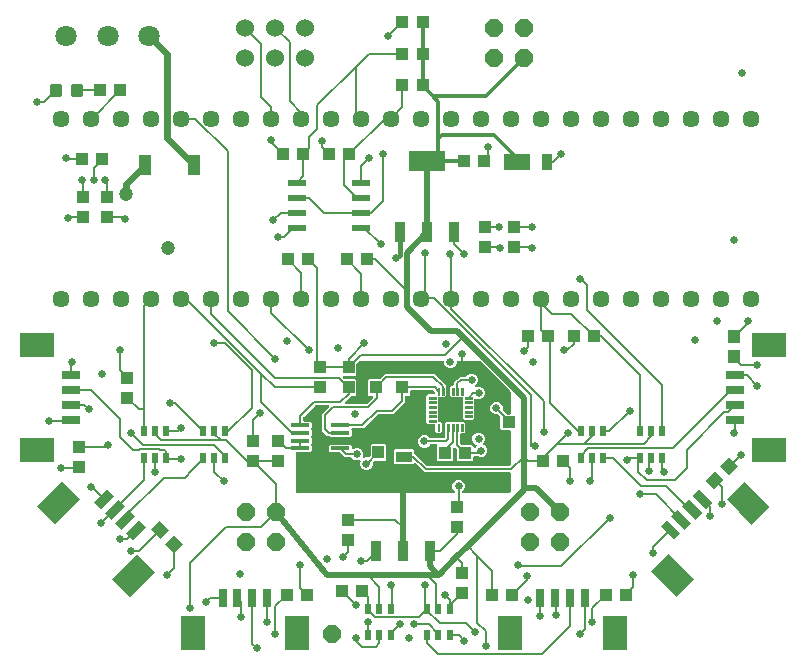
<source format=gbr>
G04 EAGLE Gerber RS-274X export*
G75*
%MOMM*%
%FSLAX34Y34*%
%LPD*%
%INTop Copper*%
%IPPOS*%
%AMOC8*
5,1,8,0,0,1.08239X$1,22.5*%
G01*
%ADD10C,1.447800*%
%ADD11R,1.000000X1.100000*%
%ADD12R,1.100000X1.000000*%
%ADD13R,0.850800X1.761200*%
%ADD14R,3.150800X1.761200*%
%ADD15C,0.055000*%
%ADD16R,1.600000X0.300000*%
%ADD17P,1.656057X8X202.500000*%
%ADD18R,1.550000X0.600000*%
%ADD19P,1.656057X8X22.500000*%
%ADD20R,2.100000X3.000000*%
%ADD21R,0.800000X1.600000*%
%ADD22R,1.600000X0.800000*%
%ADD23R,3.000000X2.100000*%
%ADD24R,0.600000X0.950000*%
%ADD25P,1.649562X8X22.500000*%
%ADD26R,1.140000X1.780000*%
%ADD27R,0.900000X1.400000*%
%ADD28R,2.200000X1.400000*%
%ADD29R,1.400000X0.900000*%
%ADD30R,1.400000X2.200000*%
%ADD31C,1.800000*%
%ADD32C,0.300000*%
%ADD33C,1.530000*%
%ADD34C,0.200000*%
%ADD35C,0.654000*%
%ADD36C,0.400000*%
%ADD37C,1.200000*%
%ADD38C,0.500000*%
%ADD39C,0.600000*%

G36*
X233120Y139005D02*
X233120Y139005D01*
X233152Y139003D01*
X233259Y139025D01*
X233367Y139041D01*
X233396Y139054D01*
X233428Y139060D01*
X233524Y139112D01*
X233624Y139157D01*
X233648Y139178D01*
X233677Y139193D01*
X233755Y139269D01*
X233838Y139340D01*
X233856Y139367D01*
X233879Y139390D01*
X233933Y139485D01*
X233993Y139576D01*
X234002Y139607D01*
X234018Y139635D01*
X234043Y139742D01*
X234075Y139846D01*
X234075Y139878D01*
X234083Y139910D01*
X234077Y140019D01*
X234079Y140128D01*
X234070Y140159D01*
X234068Y140191D01*
X234033Y140294D01*
X234003Y140400D01*
X233987Y140427D01*
X233976Y140458D01*
X233923Y140531D01*
X233855Y140640D01*
X233819Y140672D01*
X233794Y140707D01*
X232505Y141996D01*
X231697Y143945D01*
X231697Y146055D01*
X232505Y148004D01*
X233996Y149495D01*
X235945Y150303D01*
X238055Y150303D01*
X240004Y149495D01*
X241495Y148004D01*
X242303Y146055D01*
X242303Y143945D01*
X241495Y141996D01*
X240206Y140707D01*
X240186Y140681D01*
X240162Y140660D01*
X240102Y140568D01*
X240037Y140481D01*
X240025Y140451D01*
X240007Y140424D01*
X239975Y140319D01*
X239937Y140217D01*
X239934Y140185D01*
X239925Y140154D01*
X239924Y140045D01*
X239915Y139936D01*
X239922Y139904D01*
X239921Y139872D01*
X239950Y139767D01*
X239973Y139660D01*
X239988Y139631D01*
X239997Y139600D01*
X240054Y139507D01*
X240105Y139411D01*
X240128Y139388D01*
X240145Y139360D01*
X240226Y139287D01*
X240302Y139209D01*
X240330Y139193D01*
X240354Y139171D01*
X240452Y139124D01*
X240547Y139070D01*
X240579Y139062D01*
X240608Y139048D01*
X240697Y139034D01*
X240822Y139005D01*
X240870Y139007D01*
X240912Y139001D01*
X280000Y139001D01*
X280064Y139010D01*
X280128Y139009D01*
X280203Y139030D01*
X280279Y139041D01*
X280338Y139067D01*
X280400Y139084D01*
X280466Y139125D01*
X280536Y139157D01*
X280585Y139199D01*
X280640Y139232D01*
X280692Y139290D01*
X280750Y139340D01*
X280786Y139394D01*
X280829Y139442D01*
X280862Y139511D01*
X280905Y139576D01*
X280924Y139638D01*
X280952Y139695D01*
X280963Y139765D01*
X280987Y139846D01*
X280988Y139931D01*
X280999Y140000D01*
X280999Y155871D01*
X280990Y155935D01*
X280991Y155999D01*
X280970Y156073D01*
X280959Y156150D01*
X280933Y156209D01*
X280916Y156271D01*
X280875Y156337D01*
X280843Y156407D01*
X280801Y156456D01*
X280768Y156511D01*
X280710Y156562D01*
X280660Y156621D01*
X280606Y156657D01*
X280558Y156700D01*
X280489Y156733D01*
X280424Y156776D01*
X280362Y156795D01*
X280305Y156823D01*
X280235Y156833D01*
X280154Y156858D01*
X280069Y156859D01*
X280000Y156870D01*
X208349Y156870D01*
X206578Y158642D01*
X206577Y158642D01*
X200644Y164575D01*
X200593Y164613D01*
X200548Y164660D01*
X200481Y164698D01*
X200419Y164744D01*
X200359Y164767D01*
X200303Y164799D01*
X200227Y164816D01*
X200155Y164844D01*
X200091Y164849D01*
X200028Y164863D01*
X199951Y164860D01*
X199874Y164866D01*
X199811Y164852D01*
X199747Y164849D01*
X199673Y164824D01*
X199598Y164808D01*
X199541Y164778D01*
X199480Y164757D01*
X199423Y164715D01*
X199349Y164675D01*
X199288Y164616D01*
X199231Y164575D01*
X198632Y163975D01*
X183368Y163975D01*
X182475Y164868D01*
X182475Y175132D01*
X183368Y176025D01*
X198632Y176025D01*
X199525Y175132D01*
X199525Y173249D01*
X199538Y173154D01*
X199543Y173058D01*
X199558Y173015D01*
X199565Y172970D01*
X199604Y172883D01*
X199636Y172792D01*
X199661Y172757D01*
X199681Y172713D01*
X199764Y172616D01*
X199817Y172543D01*
X210148Y162212D01*
X210225Y162155D01*
X210296Y162090D01*
X210337Y162070D01*
X210374Y162043D01*
X210464Y162009D01*
X210550Y161967D01*
X210592Y161961D01*
X210637Y161943D01*
X210765Y161934D01*
X210855Y161920D01*
X279935Y161920D01*
X280030Y161933D01*
X280126Y161938D01*
X280169Y161953D01*
X280214Y161959D01*
X280302Y161999D01*
X280393Y162030D01*
X280427Y162056D01*
X280471Y162076D01*
X280568Y162159D01*
X280642Y162212D01*
X280706Y162277D01*
X280726Y162302D01*
X280750Y162323D01*
X280785Y162376D01*
X280829Y162425D01*
X280848Y162466D01*
X280876Y162502D01*
X280888Y162534D01*
X280904Y162559D01*
X280922Y162618D01*
X280952Y162679D01*
X280958Y162721D01*
X280975Y162766D01*
X280978Y162801D01*
X280986Y162829D01*
X280987Y162908D01*
X280999Y162984D01*
X280999Y191476D01*
X280990Y191540D01*
X280991Y191604D01*
X280970Y191679D01*
X280959Y191755D01*
X280933Y191814D01*
X280916Y191876D01*
X280875Y191942D01*
X280843Y192012D01*
X280801Y192061D01*
X280768Y192116D01*
X280710Y192168D01*
X280660Y192226D01*
X280606Y192262D01*
X280558Y192305D01*
X280489Y192338D01*
X280424Y192381D01*
X280362Y192400D01*
X280305Y192428D01*
X280235Y192439D01*
X280154Y192463D01*
X280069Y192464D01*
X280000Y192475D01*
X273368Y192475D01*
X272475Y193368D01*
X272475Y203540D01*
X272462Y203635D01*
X272457Y203731D01*
X272442Y203775D01*
X272435Y203820D01*
X272396Y203907D01*
X272364Y203998D01*
X272339Y204032D01*
X272319Y204076D01*
X272236Y204174D01*
X272183Y204247D01*
X271006Y205424D01*
X270998Y205429D01*
X270992Y205437D01*
X270885Y205514D01*
X270780Y205593D01*
X270771Y205596D01*
X270764Y205602D01*
X270639Y205646D01*
X270516Y205692D01*
X270507Y205693D01*
X270498Y205696D01*
X270366Y205704D01*
X270235Y205714D01*
X270226Y205712D01*
X270216Y205713D01*
X270152Y205697D01*
X267945Y205697D01*
X265996Y206505D01*
X264505Y207996D01*
X263697Y209945D01*
X263697Y212055D01*
X264505Y214004D01*
X265996Y215495D01*
X267945Y216303D01*
X270055Y216303D01*
X272004Y215495D01*
X273495Y214004D01*
X274303Y212055D01*
X274303Y209861D01*
X274290Y209810D01*
X274290Y209801D01*
X274288Y209791D01*
X274295Y209659D01*
X274299Y209528D01*
X274302Y209519D01*
X274302Y209510D01*
X274345Y209385D01*
X274386Y209260D01*
X274392Y209252D01*
X274395Y209243D01*
X274440Y209181D01*
X274545Y209027D01*
X274564Y209012D01*
X274576Y208994D01*
X277753Y205817D01*
X277830Y205760D01*
X277901Y205695D01*
X277942Y205675D01*
X277979Y205648D01*
X278069Y205614D01*
X278155Y205572D01*
X278197Y205566D01*
X278243Y205549D01*
X278370Y205539D01*
X278460Y205525D01*
X280000Y205525D01*
X280064Y205534D01*
X280128Y205533D01*
X280203Y205554D01*
X280279Y205565D01*
X280338Y205591D01*
X280400Y205608D01*
X280466Y205649D01*
X280536Y205681D01*
X280585Y205723D01*
X280640Y205756D01*
X280692Y205814D01*
X280750Y205864D01*
X280786Y205918D01*
X280829Y205966D01*
X280862Y206035D01*
X280905Y206100D01*
X280924Y206162D01*
X280952Y206219D01*
X280963Y206289D01*
X280987Y206370D01*
X280988Y206455D01*
X280999Y206524D01*
X280999Y224895D01*
X280986Y224990D01*
X280981Y225086D01*
X280966Y225129D01*
X280959Y225174D01*
X280920Y225262D01*
X280888Y225353D01*
X280863Y225387D01*
X280843Y225431D01*
X280760Y225529D01*
X280733Y225566D01*
X280726Y225576D01*
X280723Y225579D01*
X280707Y225602D01*
X255602Y250707D01*
X255525Y250764D01*
X255453Y250829D01*
X255412Y250849D01*
X255376Y250876D01*
X255286Y250910D01*
X255200Y250952D01*
X255158Y250958D01*
X255112Y250975D01*
X254985Y250985D01*
X254895Y250999D01*
X236302Y250999D01*
X236238Y250990D01*
X236174Y250991D01*
X236099Y250970D01*
X236023Y250959D01*
X235964Y250933D01*
X235902Y250916D01*
X235836Y250875D01*
X235766Y250843D01*
X235717Y250801D01*
X235662Y250768D01*
X235610Y250710D01*
X235552Y250660D01*
X235516Y250606D01*
X235473Y250558D01*
X235440Y250489D01*
X235397Y250424D01*
X235378Y250362D01*
X235350Y250305D01*
X235339Y250235D01*
X235315Y250154D01*
X235314Y250069D01*
X235303Y250000D01*
X235303Y248945D01*
X234495Y246996D01*
X233004Y245505D01*
X231055Y244697D01*
X228945Y244697D01*
X226996Y245505D01*
X225505Y246996D01*
X224697Y248945D01*
X224697Y250000D01*
X224688Y250064D01*
X224689Y250128D01*
X224668Y250203D01*
X224657Y250279D01*
X224631Y250338D01*
X224614Y250400D01*
X224573Y250466D01*
X224541Y250536D01*
X224499Y250585D01*
X224466Y250640D01*
X224408Y250692D01*
X224358Y250750D01*
X224304Y250786D01*
X224256Y250829D01*
X224187Y250862D01*
X224122Y250905D01*
X224060Y250924D01*
X224003Y250952D01*
X223933Y250963D01*
X223852Y250987D01*
X223767Y250988D01*
X223698Y250999D01*
X153484Y250999D01*
X153389Y250986D01*
X153293Y250981D01*
X153250Y250966D01*
X153204Y250959D01*
X153117Y250920D01*
X153026Y250888D01*
X152992Y250863D01*
X152948Y250843D01*
X152850Y250760D01*
X152777Y250707D01*
X150817Y248747D01*
X150760Y248670D01*
X150695Y248599D01*
X150675Y248558D01*
X150648Y248521D01*
X150614Y248431D01*
X150572Y248345D01*
X150566Y248303D01*
X150549Y248257D01*
X150539Y248130D01*
X150525Y248040D01*
X150525Y239368D01*
X149632Y238475D01*
X140008Y238475D01*
X139976Y238471D01*
X139944Y238473D01*
X139837Y238451D01*
X139728Y238435D01*
X139699Y238422D01*
X139667Y238416D01*
X139571Y238364D01*
X139471Y238319D01*
X139447Y238298D01*
X139418Y238283D01*
X139340Y238207D01*
X139257Y238136D01*
X139240Y238109D01*
X139216Y238086D01*
X139163Y237991D01*
X139103Y237900D01*
X139093Y237869D01*
X139077Y237841D01*
X139052Y237735D01*
X139020Y237630D01*
X139020Y237598D01*
X139012Y237567D01*
X139018Y237457D01*
X139017Y237348D01*
X139025Y237317D01*
X139027Y237285D01*
X139063Y237182D01*
X139092Y237076D01*
X139109Y237049D01*
X139119Y237018D01*
X139173Y236945D01*
X139240Y236836D01*
X139276Y236804D01*
X139301Y236769D01*
X140253Y235817D01*
X140330Y235760D01*
X140401Y235695D01*
X140442Y235675D01*
X140479Y235648D01*
X140569Y235614D01*
X140655Y235572D01*
X140697Y235566D01*
X140743Y235549D01*
X140870Y235539D01*
X140960Y235525D01*
X149632Y235525D01*
X150525Y234632D01*
X150525Y222368D01*
X149632Y221475D01*
X146460Y221475D01*
X146365Y221462D01*
X146269Y221457D01*
X146225Y221442D01*
X146180Y221435D01*
X146093Y221396D01*
X146002Y221364D01*
X145968Y221339D01*
X145924Y221319D01*
X145826Y221236D01*
X145753Y221183D01*
X144753Y220183D01*
X140801Y216231D01*
X140782Y216205D01*
X140757Y216184D01*
X140697Y216092D01*
X140632Y216005D01*
X140620Y215975D01*
X140603Y215948D01*
X140571Y215843D01*
X140532Y215741D01*
X140530Y215709D01*
X140520Y215678D01*
X140519Y215569D01*
X140510Y215460D01*
X140517Y215428D01*
X140517Y215396D01*
X140546Y215291D01*
X140568Y215184D01*
X140583Y215155D01*
X140592Y215124D01*
X140649Y215031D01*
X140701Y214935D01*
X140723Y214912D01*
X140740Y214884D01*
X140821Y214811D01*
X140897Y214733D01*
X140925Y214717D01*
X140949Y214695D01*
X141048Y214648D01*
X141143Y214594D01*
X141174Y214586D01*
X141203Y214572D01*
X141292Y214558D01*
X141417Y214529D01*
X141466Y214531D01*
X141508Y214525D01*
X158540Y214525D01*
X158635Y214538D01*
X158731Y214543D01*
X158775Y214558D01*
X158820Y214565D01*
X158907Y214604D01*
X158998Y214636D01*
X159032Y214661D01*
X159076Y214681D01*
X159174Y214764D01*
X159247Y214817D01*
X164199Y219769D01*
X164218Y219795D01*
X164243Y219816D01*
X164303Y219908D01*
X164368Y219995D01*
X164380Y220025D01*
X164397Y220052D01*
X164429Y220157D01*
X164468Y220259D01*
X164470Y220291D01*
X164480Y220322D01*
X164481Y220431D01*
X164490Y220540D01*
X164483Y220572D01*
X164483Y220604D01*
X164454Y220709D01*
X164432Y220816D01*
X164417Y220845D01*
X164408Y220876D01*
X164351Y220969D01*
X164299Y221065D01*
X164277Y221088D01*
X164260Y221116D01*
X164179Y221189D01*
X164103Y221267D01*
X164075Y221283D01*
X164051Y221305D01*
X163952Y221352D01*
X163857Y221406D01*
X163826Y221414D01*
X163797Y221428D01*
X163708Y221442D01*
X163583Y221471D01*
X163534Y221469D01*
X163492Y221475D01*
X161368Y221475D01*
X160475Y222368D01*
X160475Y234632D01*
X161368Y235525D01*
X170040Y235525D01*
X170135Y235538D01*
X170231Y235543D01*
X170275Y235558D01*
X170320Y235565D01*
X170407Y235604D01*
X170498Y235636D01*
X170532Y235661D01*
X170576Y235681D01*
X170674Y235764D01*
X170747Y235817D01*
X174930Y240001D01*
X216728Y240001D01*
X226149Y230580D01*
X226149Y230010D01*
X226162Y229915D01*
X226167Y229819D01*
X226182Y229776D01*
X226189Y229731D01*
X226228Y229644D01*
X226260Y229553D01*
X226285Y229518D01*
X226305Y229474D01*
X226388Y229377D01*
X226441Y229304D01*
X226625Y229121D01*
X226625Y221779D01*
X225571Y220725D01*
X222139Y220725D01*
X222091Y220737D01*
X222014Y220733D01*
X221937Y220739D01*
X221874Y220726D01*
X221864Y220725D01*
X220274Y220725D01*
X220210Y220716D01*
X220146Y220717D01*
X220071Y220696D01*
X219995Y220685D01*
X219936Y220659D01*
X219874Y220642D01*
X219808Y220601D01*
X219738Y220569D01*
X219689Y220527D01*
X219634Y220494D01*
X219582Y220436D01*
X219524Y220386D01*
X219488Y220332D01*
X219445Y220284D01*
X219412Y220215D01*
X219369Y220150D01*
X219350Y220088D01*
X219322Y220031D01*
X219311Y219961D01*
X219287Y219880D01*
X219286Y219795D01*
X219275Y219726D01*
X219275Y218139D01*
X219263Y218091D01*
X219267Y218014D01*
X219261Y217937D01*
X219274Y217874D01*
X219275Y217864D01*
X219275Y214139D01*
X219263Y214091D01*
X219267Y214014D01*
X219261Y213937D01*
X219274Y213874D01*
X219275Y213864D01*
X219275Y210139D01*
X219263Y210091D01*
X219267Y210014D01*
X219261Y209937D01*
X219274Y209874D01*
X219275Y209864D01*
X219275Y206139D01*
X219263Y206091D01*
X219267Y206014D01*
X219261Y205937D01*
X219274Y205874D01*
X219275Y205864D01*
X219275Y202139D01*
X219263Y202091D01*
X219267Y202014D01*
X219261Y201937D01*
X219274Y201874D01*
X219275Y201864D01*
X219275Y200274D01*
X219284Y200210D01*
X219283Y200146D01*
X219304Y200071D01*
X219315Y199995D01*
X219341Y199936D01*
X219358Y199874D01*
X219399Y199808D01*
X219431Y199738D01*
X219473Y199689D01*
X219506Y199634D01*
X219564Y199582D01*
X219614Y199524D01*
X219668Y199488D01*
X219716Y199445D01*
X219785Y199412D01*
X219850Y199369D01*
X219912Y199350D01*
X219969Y199322D01*
X220039Y199311D01*
X220120Y199287D01*
X220205Y199286D01*
X220274Y199275D01*
X221571Y199275D01*
X222625Y198221D01*
X222625Y190879D01*
X221571Y189825D01*
X218429Y189825D01*
X217375Y190879D01*
X217375Y196376D01*
X217366Y196440D01*
X217367Y196504D01*
X217346Y196579D01*
X217335Y196655D01*
X217309Y196714D01*
X217292Y196776D01*
X217251Y196842D01*
X217219Y196912D01*
X217177Y196961D01*
X217144Y197016D01*
X217086Y197068D01*
X217036Y197126D01*
X216982Y197162D01*
X216934Y197205D01*
X216865Y197238D01*
X216800Y197281D01*
X216738Y197300D01*
X216681Y197328D01*
X216611Y197339D01*
X216530Y197363D01*
X216445Y197364D01*
X216376Y197375D01*
X210879Y197375D01*
X209825Y198429D01*
X209825Y201861D01*
X209837Y201910D01*
X209833Y201987D01*
X209839Y202064D01*
X209826Y202128D01*
X209825Y202134D01*
X209825Y205861D01*
X209837Y205910D01*
X209833Y205987D01*
X209839Y206064D01*
X209826Y206128D01*
X209825Y206134D01*
X209825Y209861D01*
X209837Y209910D01*
X209833Y209987D01*
X209839Y210064D01*
X209826Y210128D01*
X209825Y210134D01*
X209825Y213861D01*
X209837Y213910D01*
X209833Y213987D01*
X209839Y214064D01*
X209826Y214128D01*
X209825Y214134D01*
X209825Y217861D01*
X209837Y217910D01*
X209833Y217987D01*
X209839Y218064D01*
X209826Y218128D01*
X209825Y218134D01*
X209825Y221571D01*
X210879Y222625D01*
X216376Y222625D01*
X216440Y222634D01*
X216504Y222633D01*
X216579Y222654D01*
X216655Y222665D01*
X216714Y222691D01*
X216776Y222708D01*
X216842Y222749D01*
X216912Y222781D01*
X216961Y222823D01*
X217016Y222856D01*
X217068Y222914D01*
X217126Y222964D01*
X217162Y223018D01*
X217205Y223066D01*
X217238Y223135D01*
X217281Y223200D01*
X217300Y223262D01*
X217328Y223319D01*
X217339Y223389D01*
X217363Y223470D01*
X217364Y223555D01*
X217375Y223624D01*
X217375Y224090D01*
X217362Y224185D01*
X217357Y224281D01*
X217342Y224324D01*
X217335Y224370D01*
X217296Y224457D01*
X217264Y224548D01*
X217239Y224582D01*
X217219Y224626D01*
X217136Y224724D01*
X217083Y224797D01*
X216197Y225683D01*
X216120Y225740D01*
X216049Y225805D01*
X216008Y225825D01*
X215971Y225852D01*
X215881Y225886D01*
X215795Y225928D01*
X215753Y225934D01*
X215707Y225951D01*
X215580Y225961D01*
X215490Y225975D01*
X196524Y225975D01*
X196460Y225966D01*
X196396Y225967D01*
X196321Y225946D01*
X196245Y225935D01*
X196186Y225909D01*
X196124Y225892D01*
X196058Y225851D01*
X195988Y225819D01*
X195939Y225777D01*
X195884Y225744D01*
X195832Y225686D01*
X195774Y225636D01*
X195738Y225582D01*
X195695Y225534D01*
X195662Y225465D01*
X195619Y225400D01*
X195600Y225338D01*
X195572Y225281D01*
X195561Y225211D01*
X195537Y225130D01*
X195536Y225045D01*
X195525Y224976D01*
X195525Y222368D01*
X194632Y221475D01*
X192524Y221475D01*
X192460Y221466D01*
X192396Y221467D01*
X192321Y221446D01*
X192245Y221435D01*
X192186Y221409D01*
X192124Y221392D01*
X192058Y221351D01*
X191988Y221319D01*
X191939Y221277D01*
X191884Y221244D01*
X191832Y221186D01*
X191774Y221136D01*
X191738Y221082D01*
X191695Y221034D01*
X191662Y220965D01*
X191619Y220900D01*
X191600Y220838D01*
X191572Y220781D01*
X191561Y220711D01*
X191537Y220630D01*
X191536Y220545D01*
X191525Y220476D01*
X191525Y215954D01*
X182046Y206475D01*
X169460Y206475D01*
X169365Y206462D01*
X169269Y206457D01*
X169225Y206442D01*
X169180Y206435D01*
X169093Y206396D01*
X169002Y206364D01*
X168968Y206339D01*
X168924Y206319D01*
X168826Y206236D01*
X168753Y206183D01*
X156546Y193975D01*
X147093Y193975D01*
X147061Y193971D01*
X147029Y193973D01*
X146922Y193951D01*
X146814Y193935D01*
X146785Y193922D01*
X146753Y193916D01*
X146657Y193864D01*
X146557Y193819D01*
X146533Y193798D01*
X146504Y193783D01*
X146426Y193707D01*
X146343Y193636D01*
X146325Y193609D01*
X146302Y193586D01*
X146248Y193491D01*
X146189Y193400D01*
X146179Y193369D01*
X146163Y193341D01*
X146138Y193235D01*
X146106Y193130D01*
X146106Y193098D01*
X146098Y193066D01*
X146104Y192957D01*
X146102Y192848D01*
X146111Y192817D01*
X146113Y192785D01*
X146148Y192682D01*
X146178Y192576D01*
X146195Y192549D01*
X146205Y192518D01*
X146259Y192445D01*
X146326Y192336D01*
X146339Y192324D01*
X146342Y192321D01*
X146365Y192299D01*
X146387Y192269D01*
X146525Y192132D01*
X146525Y187868D01*
X145632Y186975D01*
X128368Y186975D01*
X128161Y187183D01*
X128084Y187240D01*
X128013Y187305D01*
X127972Y187325D01*
X127936Y187352D01*
X127846Y187386D01*
X127759Y187428D01*
X127717Y187434D01*
X127672Y187451D01*
X127544Y187461D01*
X127455Y187475D01*
X125954Y187475D01*
X121475Y191954D01*
X121475Y206046D01*
X123247Y207817D01*
X127199Y211769D01*
X127218Y211795D01*
X127243Y211816D01*
X127303Y211908D01*
X127368Y211995D01*
X127380Y212025D01*
X127397Y212052D01*
X127429Y212157D01*
X127468Y212259D01*
X127470Y212291D01*
X127480Y212322D01*
X127481Y212431D01*
X127490Y212540D01*
X127483Y212572D01*
X127483Y212604D01*
X127454Y212709D01*
X127432Y212816D01*
X127417Y212845D01*
X127408Y212876D01*
X127351Y212969D01*
X127299Y213065D01*
X127277Y213088D01*
X127260Y213116D01*
X127179Y213189D01*
X127103Y213267D01*
X127075Y213283D01*
X127051Y213305D01*
X126952Y213352D01*
X126857Y213406D01*
X126826Y213414D01*
X126797Y213428D01*
X126708Y213442D01*
X126583Y213471D01*
X126534Y213469D01*
X126492Y213475D01*
X115960Y213475D01*
X115865Y213462D01*
X115769Y213457D01*
X115725Y213442D01*
X115680Y213435D01*
X115593Y213396D01*
X115502Y213364D01*
X115468Y213339D01*
X115424Y213319D01*
X115326Y213236D01*
X115253Y213183D01*
X105817Y203747D01*
X105760Y203670D01*
X105695Y203599D01*
X105675Y203558D01*
X105648Y203521D01*
X105614Y203431D01*
X105572Y203345D01*
X105566Y203303D01*
X105549Y203257D01*
X105539Y203130D01*
X105525Y203040D01*
X105525Y200524D01*
X105534Y200460D01*
X105533Y200396D01*
X105554Y200321D01*
X105565Y200245D01*
X105591Y200186D01*
X105608Y200124D01*
X105649Y200058D01*
X105681Y199988D01*
X105723Y199939D01*
X105756Y199884D01*
X105814Y199832D01*
X105864Y199774D01*
X105918Y199738D01*
X105966Y199695D01*
X106035Y199662D01*
X106100Y199619D01*
X106162Y199600D01*
X106219Y199572D01*
X106289Y199561D01*
X106370Y199537D01*
X106455Y199536D01*
X106524Y199525D01*
X111632Y199525D01*
X112525Y198632D01*
X112525Y194368D01*
X112113Y193957D01*
X112074Y193905D01*
X112028Y193860D01*
X111990Y193793D01*
X111944Y193731D01*
X111921Y193671D01*
X111889Y193615D01*
X111871Y193540D01*
X111844Y193467D01*
X111839Y193403D01*
X111824Y193341D01*
X111828Y193263D01*
X111822Y193186D01*
X111835Y193123D01*
X111839Y193059D01*
X111864Y192986D01*
X111880Y192910D01*
X111910Y192853D01*
X111931Y192792D01*
X111972Y192736D01*
X112012Y192661D01*
X112072Y192600D01*
X112113Y192543D01*
X112525Y192132D01*
X112525Y187868D01*
X112113Y187457D01*
X112074Y187405D01*
X112028Y187360D01*
X111990Y187293D01*
X111944Y187231D01*
X111921Y187171D01*
X111889Y187115D01*
X111871Y187040D01*
X111844Y186967D01*
X111839Y186903D01*
X111824Y186841D01*
X111828Y186763D01*
X111822Y186686D01*
X111835Y186623D01*
X111839Y186559D01*
X111864Y186486D01*
X111880Y186410D01*
X111910Y186353D01*
X111931Y186292D01*
X111972Y186236D01*
X112012Y186161D01*
X112072Y186100D01*
X112113Y186043D01*
X112525Y185632D01*
X112525Y181368D01*
X112113Y180957D01*
X112074Y180905D01*
X112028Y180860D01*
X111990Y180793D01*
X111944Y180731D01*
X111921Y180671D01*
X111889Y180615D01*
X111871Y180540D01*
X111844Y180467D01*
X111839Y180403D01*
X111824Y180341D01*
X111828Y180263D01*
X111822Y180186D01*
X111835Y180123D01*
X111839Y180059D01*
X111864Y179986D01*
X111880Y179910D01*
X111910Y179853D01*
X111931Y179792D01*
X111972Y179736D01*
X112012Y179661D01*
X112072Y179600D01*
X112113Y179543D01*
X112525Y179132D01*
X112525Y174868D01*
X111632Y173975D01*
X100000Y173975D01*
X99936Y173966D01*
X99872Y173967D01*
X99797Y173946D01*
X99721Y173935D01*
X99662Y173909D01*
X99600Y173892D01*
X99534Y173851D01*
X99464Y173819D01*
X99415Y173777D01*
X99360Y173744D01*
X99308Y173686D01*
X99250Y173636D01*
X99214Y173582D01*
X99171Y173534D01*
X99138Y173465D01*
X99095Y173400D01*
X99076Y173338D01*
X99048Y173281D01*
X99037Y173211D01*
X99013Y173130D01*
X99012Y173045D01*
X99001Y172976D01*
X99001Y140000D01*
X99010Y139936D01*
X99009Y139872D01*
X99030Y139797D01*
X99041Y139721D01*
X99067Y139662D01*
X99084Y139600D01*
X99125Y139534D01*
X99157Y139464D01*
X99199Y139415D01*
X99232Y139360D01*
X99290Y139308D01*
X99340Y139250D01*
X99394Y139214D01*
X99442Y139171D01*
X99511Y139138D01*
X99576Y139095D01*
X99638Y139076D01*
X99695Y139048D01*
X99765Y139037D01*
X99846Y139013D01*
X99931Y139012D01*
X100000Y139001D01*
X233088Y139001D01*
X233120Y139005D01*
G37*
%LPC*%
G36*
X219368Y166475D02*
X219368Y166475D01*
X218475Y167368D01*
X218475Y178632D01*
X218613Y178769D01*
X218633Y178795D01*
X218657Y178816D01*
X218717Y178908D01*
X218782Y178995D01*
X218794Y179025D01*
X218811Y179052D01*
X218843Y179157D01*
X218882Y179259D01*
X218884Y179291D01*
X218894Y179322D01*
X218895Y179431D01*
X218904Y179540D01*
X218897Y179572D01*
X218898Y179604D01*
X218868Y179709D01*
X218846Y179816D01*
X218831Y179845D01*
X218822Y179876D01*
X218765Y179969D01*
X218714Y180065D01*
X218691Y180088D01*
X218674Y180116D01*
X218593Y180189D01*
X218517Y180267D01*
X218489Y180283D01*
X218465Y180305D01*
X218366Y180352D01*
X218272Y180406D01*
X218240Y180414D01*
X218211Y180428D01*
X218122Y180442D01*
X217997Y180471D01*
X217949Y180469D01*
X217907Y180475D01*
X213362Y180475D01*
X213352Y180474D01*
X213343Y180475D01*
X213212Y180454D01*
X213082Y180435D01*
X213074Y180432D01*
X213064Y180430D01*
X212945Y180373D01*
X212825Y180319D01*
X212818Y180313D01*
X212810Y180309D01*
X212711Y180221D01*
X212611Y180136D01*
X212606Y180128D01*
X212599Y180122D01*
X212564Y180065D01*
X211004Y178505D01*
X209055Y177697D01*
X206945Y177697D01*
X204996Y178505D01*
X203505Y179996D01*
X202697Y181945D01*
X202697Y184055D01*
X203505Y186004D01*
X204996Y187495D01*
X206945Y188303D01*
X209055Y188303D01*
X211004Y187495D01*
X212555Y185944D01*
X212582Y185899D01*
X212589Y185892D01*
X212594Y185884D01*
X212692Y185796D01*
X212788Y185706D01*
X212796Y185702D01*
X212803Y185695D01*
X212922Y185638D01*
X213039Y185578D01*
X213048Y185576D01*
X213057Y185572D01*
X213133Y185560D01*
X213316Y185526D01*
X213340Y185528D01*
X213362Y185525D01*
X224476Y185525D01*
X224540Y185534D01*
X224604Y185533D01*
X224679Y185554D01*
X224755Y185565D01*
X224814Y185591D01*
X224876Y185608D01*
X224942Y185649D01*
X225012Y185681D01*
X225061Y185723D01*
X225116Y185756D01*
X225168Y185814D01*
X225226Y185864D01*
X225262Y185918D01*
X225305Y185966D01*
X225338Y186035D01*
X225381Y186100D01*
X225400Y186162D01*
X225428Y186219D01*
X225439Y186289D01*
X225463Y186370D01*
X225464Y186455D01*
X225475Y186524D01*
X225475Y190366D01*
X225462Y190461D01*
X225457Y190557D01*
X225442Y190600D01*
X225435Y190645D01*
X225396Y190732D01*
X225375Y190792D01*
X225375Y198221D01*
X226429Y199275D01*
X229861Y199275D01*
X229909Y199263D01*
X229986Y199267D01*
X230063Y199261D01*
X230126Y199274D01*
X230136Y199275D01*
X233861Y199275D01*
X233909Y199263D01*
X233986Y199267D01*
X234063Y199261D01*
X234126Y199274D01*
X234136Y199275D01*
X237861Y199275D01*
X237909Y199263D01*
X237986Y199267D01*
X238063Y199261D01*
X238126Y199274D01*
X238136Y199275D01*
X241571Y199275D01*
X242625Y198221D01*
X242625Y190879D01*
X241571Y189825D01*
X239524Y189825D01*
X239460Y189816D01*
X239396Y189817D01*
X239321Y189796D01*
X239245Y189785D01*
X239186Y189759D01*
X239124Y189742D01*
X239058Y189701D01*
X238988Y189669D01*
X238939Y189627D01*
X238884Y189594D01*
X238832Y189536D01*
X238774Y189486D01*
X238738Y189432D01*
X238695Y189384D01*
X238662Y189315D01*
X238619Y189250D01*
X238600Y189188D01*
X238572Y189131D01*
X238561Y189061D01*
X238537Y188980D01*
X238536Y188895D01*
X238525Y188826D01*
X238525Y180960D01*
X238534Y180897D01*
X238533Y180841D01*
X238541Y180813D01*
X238543Y180769D01*
X238558Y180725D01*
X238565Y180680D01*
X238598Y180607D01*
X238608Y180570D01*
X238618Y180554D01*
X238636Y180502D01*
X238661Y180468D01*
X238681Y180424D01*
X238744Y180350D01*
X238756Y180330D01*
X238772Y180316D01*
X238817Y180253D01*
X239253Y179817D01*
X239330Y179760D01*
X239401Y179695D01*
X239442Y179675D01*
X239479Y179648D01*
X239569Y179614D01*
X239655Y179572D01*
X239697Y179566D01*
X239743Y179549D01*
X239870Y179539D01*
X239960Y179525D01*
X248632Y179525D01*
X249525Y178632D01*
X249525Y178248D01*
X249537Y178162D01*
X249540Y178075D01*
X249557Y178023D01*
X249565Y177968D01*
X249600Y177889D01*
X249627Y177807D01*
X249658Y177761D01*
X249681Y177711D01*
X249737Y177646D01*
X249786Y177574D01*
X249829Y177539D01*
X249864Y177497D01*
X249937Y177450D01*
X250004Y177394D01*
X250054Y177373D01*
X250100Y177343D01*
X250183Y177317D01*
X250263Y177283D01*
X250317Y177276D01*
X250370Y177260D01*
X250457Y177259D01*
X250543Y177249D01*
X250597Y177257D01*
X250652Y177257D01*
X250736Y177280D01*
X250821Y177294D01*
X250871Y177317D01*
X250924Y177332D01*
X250998Y177377D01*
X251076Y177415D01*
X251117Y177451D01*
X251164Y177480D01*
X251222Y177544D01*
X251287Y177602D01*
X251313Y177646D01*
X251353Y177689D01*
X251402Y177792D01*
X251447Y177865D01*
X251505Y178004D01*
X252067Y178566D01*
X252137Y178660D01*
X252213Y178752D01*
X252222Y178773D01*
X252236Y178791D01*
X252278Y178902D01*
X252324Y179011D01*
X252327Y179034D01*
X252335Y179055D01*
X252345Y179174D01*
X252359Y179291D01*
X252355Y179314D01*
X252357Y179336D01*
X252333Y179452D01*
X252314Y179570D01*
X252304Y179590D01*
X252300Y179612D01*
X252244Y179717D01*
X252193Y179824D01*
X252178Y179841D01*
X252167Y179861D01*
X252084Y179946D01*
X252006Y180035D01*
X251987Y180046D01*
X251970Y180064D01*
X251808Y180155D01*
X251742Y180196D01*
X250996Y180505D01*
X249505Y181996D01*
X248697Y183945D01*
X248697Y186055D01*
X249505Y188004D01*
X250996Y189495D01*
X252945Y190303D01*
X255055Y190303D01*
X257004Y189495D01*
X258495Y188004D01*
X259303Y186055D01*
X259303Y183945D01*
X258495Y181996D01*
X257933Y181434D01*
X257862Y181339D01*
X257787Y181248D01*
X257778Y181227D01*
X257764Y181209D01*
X257722Y181097D01*
X257676Y180989D01*
X257673Y180966D01*
X257665Y180945D01*
X257655Y180826D01*
X257641Y180709D01*
X257645Y180686D01*
X257643Y180664D01*
X257667Y180548D01*
X257686Y180430D01*
X257696Y180410D01*
X257700Y180388D01*
X257756Y180283D01*
X257807Y180176D01*
X257822Y180159D01*
X257833Y180139D01*
X257916Y180054D01*
X257994Y179965D01*
X258013Y179954D01*
X258030Y179936D01*
X258192Y179845D01*
X258258Y179804D01*
X259004Y179495D01*
X260495Y178004D01*
X261303Y176055D01*
X261303Y173945D01*
X260495Y171996D01*
X259004Y170505D01*
X257055Y169697D01*
X254945Y169697D01*
X253251Y170399D01*
X253210Y170410D01*
X253173Y170428D01*
X253088Y170441D01*
X252977Y170469D01*
X252919Y170467D01*
X252868Y170475D01*
X250524Y170475D01*
X250460Y170466D01*
X250396Y170467D01*
X250321Y170446D01*
X250245Y170435D01*
X250186Y170409D01*
X250124Y170392D01*
X250058Y170351D01*
X249988Y170319D01*
X249939Y170277D01*
X249884Y170244D01*
X249832Y170186D01*
X249774Y170136D01*
X249738Y170082D01*
X249695Y170034D01*
X249662Y169965D01*
X249619Y169900D01*
X249600Y169838D01*
X249572Y169781D01*
X249561Y169711D01*
X249537Y169630D01*
X249536Y169545D01*
X249525Y169476D01*
X249525Y167368D01*
X248632Y166475D01*
X236368Y166475D01*
X235475Y167368D01*
X235475Y176040D01*
X235467Y176098D01*
X235467Y176101D01*
X235466Y176104D01*
X235462Y176135D01*
X235457Y176231D01*
X235442Y176275D01*
X235435Y176320D01*
X235396Y176407D01*
X235364Y176498D01*
X235339Y176532D01*
X235319Y176576D01*
X235236Y176674D01*
X235183Y176747D01*
X234231Y177699D01*
X234205Y177718D01*
X234184Y177743D01*
X234122Y177783D01*
X234102Y177801D01*
X234080Y177812D01*
X234005Y177868D01*
X233975Y177880D01*
X233948Y177897D01*
X233843Y177929D01*
X233741Y177968D01*
X233709Y177970D01*
X233678Y177980D01*
X233569Y177981D01*
X233460Y177990D01*
X233428Y177983D01*
X233396Y177983D01*
X233291Y177954D01*
X233184Y177932D01*
X233155Y177917D01*
X233124Y177908D01*
X233031Y177851D01*
X232935Y177799D01*
X232912Y177777D01*
X232884Y177760D01*
X232811Y177679D01*
X232733Y177603D01*
X232717Y177575D01*
X232695Y177551D01*
X232648Y177453D01*
X232594Y177357D01*
X232586Y177326D01*
X232572Y177297D01*
X232558Y177208D01*
X232548Y177162D01*
X232537Y177126D01*
X232537Y177115D01*
X232529Y177083D01*
X232531Y177035D01*
X232525Y176992D01*
X232525Y167368D01*
X231632Y166475D01*
X219368Y166475D01*
G37*
%LPD*%
%LPC*%
G36*
X241779Y201375D02*
X241779Y201375D01*
X240725Y202429D01*
X240725Y205861D01*
X240737Y205909D01*
X240733Y205986D01*
X240739Y206063D01*
X240726Y206126D01*
X240725Y206136D01*
X240725Y209861D01*
X240737Y209909D01*
X240733Y209986D01*
X240739Y210063D01*
X240726Y210126D01*
X240725Y210136D01*
X240725Y213861D01*
X240737Y213909D01*
X240733Y213986D01*
X240739Y214063D01*
X240726Y214126D01*
X240725Y214136D01*
X240725Y217861D01*
X240737Y217909D01*
X240733Y217986D01*
X240739Y218063D01*
X240726Y218126D01*
X240725Y218136D01*
X240725Y219726D01*
X240716Y219790D01*
X240717Y219854D01*
X240696Y219929D01*
X240685Y220005D01*
X240659Y220064D01*
X240642Y220126D01*
X240601Y220192D01*
X240569Y220262D01*
X240527Y220311D01*
X240494Y220366D01*
X240436Y220418D01*
X240386Y220476D01*
X240332Y220512D01*
X240284Y220555D01*
X240215Y220588D01*
X240150Y220631D01*
X240088Y220650D01*
X240031Y220678D01*
X239961Y220689D01*
X239880Y220713D01*
X239795Y220714D01*
X239726Y220725D01*
X238139Y220725D01*
X238091Y220737D01*
X238014Y220733D01*
X237937Y220739D01*
X237874Y220726D01*
X237864Y220725D01*
X234139Y220725D01*
X234091Y220737D01*
X234014Y220733D01*
X233937Y220739D01*
X233874Y220726D01*
X233864Y220725D01*
X230429Y220725D01*
X229375Y221779D01*
X229375Y229121D01*
X230429Y230175D01*
X232476Y230175D01*
X232540Y230184D01*
X232604Y230183D01*
X232679Y230204D01*
X232755Y230215D01*
X232814Y230241D01*
X232876Y230258D01*
X232942Y230299D01*
X233012Y230331D01*
X233061Y230373D01*
X233116Y230406D01*
X233168Y230464D01*
X233226Y230514D01*
X233262Y230568D01*
X233305Y230616D01*
X233338Y230685D01*
X233381Y230750D01*
X233400Y230812D01*
X233428Y230869D01*
X233439Y230939D01*
X233463Y231020D01*
X233464Y231105D01*
X233475Y231174D01*
X233475Y233046D01*
X235247Y234817D01*
X236183Y235753D01*
X237954Y237525D01*
X242638Y237525D01*
X242648Y237526D01*
X242657Y237525D01*
X242788Y237546D01*
X242918Y237565D01*
X242926Y237568D01*
X242936Y237570D01*
X243055Y237627D01*
X243175Y237681D01*
X243182Y237687D01*
X243190Y237691D01*
X243289Y237778D01*
X243389Y237864D01*
X243394Y237872D01*
X243401Y237878D01*
X243436Y237935D01*
X244996Y239495D01*
X246945Y240303D01*
X249055Y240303D01*
X251004Y239495D01*
X252495Y238004D01*
X253303Y236055D01*
X253303Y233945D01*
X252495Y231996D01*
X251131Y230632D01*
X251114Y230609D01*
X251094Y230592D01*
X251065Y230548D01*
X251020Y230500D01*
X250995Y230450D01*
X250962Y230407D01*
X250948Y230368D01*
X250940Y230356D01*
X250929Y230320D01*
X250892Y230248D01*
X250882Y230194D01*
X250863Y230143D01*
X250859Y230090D01*
X250858Y230087D01*
X250857Y230075D01*
X250856Y230056D01*
X250840Y229971D01*
X250845Y229916D01*
X250841Y229862D01*
X250859Y229777D01*
X250867Y229690D01*
X250887Y229639D01*
X250898Y229586D01*
X250939Y229509D01*
X250971Y229428D01*
X251005Y229385D01*
X251031Y229337D01*
X251092Y229274D01*
X251145Y229206D01*
X251189Y229174D01*
X251228Y229135D01*
X251303Y229092D01*
X251374Y229041D01*
X251425Y229023D01*
X251473Y228995D01*
X251558Y228975D01*
X251639Y228946D01*
X251694Y228943D01*
X251748Y228931D01*
X251834Y228935D01*
X251845Y228933D01*
X251855Y228933D01*
X251857Y228934D01*
X251921Y228930D01*
X251970Y228942D01*
X252029Y228945D01*
X252094Y228967D01*
X252134Y228973D01*
X252174Y228991D01*
X252220Y229003D01*
X252945Y229303D01*
X255055Y229303D01*
X257004Y228495D01*
X258495Y227004D01*
X259303Y225055D01*
X259303Y222945D01*
X258495Y220996D01*
X257004Y219505D01*
X255055Y218697D01*
X252945Y218697D01*
X251556Y219273D01*
X251442Y219302D01*
X251328Y219337D01*
X251305Y219337D01*
X251283Y219343D01*
X251165Y219339D01*
X251046Y219340D01*
X251024Y219334D01*
X251001Y219334D01*
X250889Y219297D01*
X250774Y219265D01*
X250755Y219253D01*
X250733Y219246D01*
X250635Y219179D01*
X250534Y219117D01*
X250519Y219100D01*
X250500Y219087D01*
X250425Y218996D01*
X250345Y218908D01*
X250335Y218887D01*
X250321Y218870D01*
X250274Y218761D01*
X250222Y218654D01*
X250219Y218633D01*
X250209Y218610D01*
X250187Y218426D01*
X250175Y218349D01*
X250175Y218139D01*
X250163Y218090D01*
X250167Y218013D01*
X250161Y217936D01*
X250174Y217872D01*
X250175Y217866D01*
X250175Y214139D01*
X250163Y214090D01*
X250167Y214013D01*
X250161Y213936D01*
X250174Y213872D01*
X250175Y213866D01*
X250175Y210139D01*
X250163Y210090D01*
X250167Y210013D01*
X250161Y209936D01*
X250174Y209872D01*
X250175Y209866D01*
X250175Y206139D01*
X250163Y206090D01*
X250167Y206013D01*
X250161Y205936D01*
X250174Y205872D01*
X250175Y205866D01*
X250175Y202429D01*
X249121Y201375D01*
X241779Y201375D01*
G37*
%LPD*%
%LPC*%
G36*
X157945Y158697D02*
X157945Y158697D01*
X155996Y159505D01*
X154505Y160996D01*
X153697Y162945D01*
X153697Y165055D01*
X153936Y165630D01*
X153944Y165661D01*
X153958Y165690D01*
X153978Y165797D01*
X153983Y165815D01*
X153986Y165826D01*
X153986Y165829D01*
X154006Y165903D01*
X154005Y165935D01*
X154011Y165967D01*
X154000Y166076D01*
X153997Y166185D01*
X153987Y166216D01*
X153983Y166248D01*
X153943Y166349D01*
X153909Y166453D01*
X153891Y166480D01*
X153879Y166510D01*
X153812Y166596D01*
X153750Y166686D01*
X153725Y166707D01*
X153705Y166732D01*
X153617Y166796D01*
X153533Y166865D01*
X153503Y166878D01*
X153477Y166897D01*
X153374Y166934D01*
X153273Y166977D01*
X153241Y166981D01*
X153211Y166992D01*
X153102Y166998D01*
X152994Y167011D01*
X152962Y167006D01*
X152930Y167008D01*
X152841Y166987D01*
X152715Y166966D01*
X152671Y166946D01*
X152630Y166936D01*
X152055Y166697D01*
X149945Y166697D01*
X147996Y167505D01*
X146445Y169056D01*
X146418Y169101D01*
X146411Y169108D01*
X146406Y169116D01*
X146308Y169204D01*
X146212Y169294D01*
X146204Y169298D01*
X146197Y169305D01*
X146078Y169362D01*
X145961Y169422D01*
X145952Y169424D01*
X145943Y169428D01*
X145867Y169440D01*
X145684Y169474D01*
X145660Y169472D01*
X145638Y169475D01*
X140954Y169475D01*
X136747Y173683D01*
X136670Y173740D01*
X136599Y173805D01*
X136558Y173825D01*
X136521Y173852D01*
X136431Y173886D01*
X136345Y173928D01*
X136303Y173934D01*
X136257Y173951D01*
X136130Y173961D01*
X136040Y173975D01*
X128368Y173975D01*
X127475Y174868D01*
X127475Y179132D01*
X128368Y180025D01*
X145632Y180025D01*
X146525Y179132D01*
X146525Y177381D01*
X146541Y177264D01*
X146553Y177146D01*
X146561Y177125D01*
X146565Y177102D01*
X146613Y176994D01*
X146657Y176884D01*
X146671Y176866D01*
X146681Y176845D01*
X146758Y176755D01*
X146831Y176662D01*
X146849Y176648D01*
X146864Y176631D01*
X146964Y176566D01*
X147060Y176497D01*
X147081Y176489D01*
X147100Y176476D01*
X147214Y176442D01*
X147325Y176402D01*
X147348Y176401D01*
X147370Y176394D01*
X147488Y176393D01*
X147607Y176386D01*
X147628Y176391D01*
X147652Y176390D01*
X147831Y176440D01*
X147906Y176458D01*
X149945Y177303D01*
X152055Y177303D01*
X154004Y176495D01*
X155495Y175004D01*
X156303Y173055D01*
X156303Y170945D01*
X156064Y170370D01*
X156056Y170339D01*
X156042Y170310D01*
X156022Y170203D01*
X155994Y170097D01*
X155995Y170065D01*
X155989Y170033D01*
X156000Y169924D01*
X156003Y169815D01*
X156013Y169784D01*
X156017Y169752D01*
X156057Y169651D01*
X156091Y169547D01*
X156109Y169520D01*
X156121Y169490D01*
X156188Y169404D01*
X156250Y169314D01*
X156275Y169293D01*
X156295Y169268D01*
X156383Y169204D01*
X156467Y169135D01*
X156497Y169122D01*
X156523Y169103D01*
X156626Y169066D01*
X156727Y169023D01*
X156759Y169019D01*
X156789Y169008D01*
X156898Y169002D01*
X157006Y168989D01*
X157038Y168994D01*
X157070Y168992D01*
X157159Y169013D01*
X157285Y169034D01*
X157329Y169054D01*
X157370Y169064D01*
X157945Y169303D01*
X160055Y169303D01*
X160270Y169213D01*
X160280Y169211D01*
X160288Y169206D01*
X160417Y169176D01*
X160544Y169143D01*
X160553Y169144D01*
X160562Y169141D01*
X160694Y169148D01*
X160826Y169152D01*
X160835Y169155D01*
X160844Y169156D01*
X160968Y169199D01*
X161094Y169240D01*
X161101Y169245D01*
X161110Y169248D01*
X161173Y169294D01*
X161327Y169399D01*
X161342Y169417D01*
X161359Y169430D01*
X162183Y170253D01*
X162240Y170330D01*
X162305Y170401D01*
X162325Y170442D01*
X162352Y170479D01*
X162378Y170549D01*
X162381Y170553D01*
X162385Y170568D01*
X162386Y170569D01*
X162428Y170655D01*
X162434Y170697D01*
X162451Y170743D01*
X162456Y170798D01*
X162463Y170823D01*
X162464Y170889D01*
X162475Y170960D01*
X162475Y179632D01*
X163368Y180525D01*
X174632Y180525D01*
X175525Y179632D01*
X175525Y167368D01*
X174632Y166475D01*
X165960Y166475D01*
X165865Y166462D01*
X165769Y166457D01*
X165725Y166442D01*
X165680Y166435D01*
X165593Y166396D01*
X165502Y166364D01*
X165468Y166339D01*
X165424Y166319D01*
X165326Y166236D01*
X165253Y166183D01*
X164595Y165525D01*
X164538Y165448D01*
X164473Y165377D01*
X164453Y165336D01*
X164426Y165299D01*
X164392Y165209D01*
X164350Y165123D01*
X164344Y165081D01*
X164327Y165035D01*
X164317Y164908D01*
X164303Y164818D01*
X164303Y162945D01*
X163495Y160996D01*
X162004Y159505D01*
X160055Y158697D01*
X157945Y158697D01*
G37*
%LPD*%
D10*
X-99400Y303800D03*
X-74000Y303800D03*
X-48600Y303800D03*
X-23200Y303800D03*
X2200Y303800D03*
X27600Y303800D03*
X53000Y303800D03*
X78400Y303800D03*
X103800Y303800D03*
X129200Y303800D03*
X154600Y303800D03*
X180000Y303800D03*
X205400Y303800D03*
X230800Y303800D03*
X281600Y303800D03*
X307000Y303800D03*
X332400Y303800D03*
X357800Y303800D03*
X230800Y456200D03*
X205400Y456200D03*
X180000Y456200D03*
X154600Y456200D03*
X129200Y456200D03*
X103800Y456200D03*
X78400Y456200D03*
X53000Y456200D03*
X27600Y456200D03*
X2200Y456200D03*
X-23200Y456200D03*
X-48600Y456200D03*
X-74000Y456200D03*
X-99400Y456200D03*
X256200Y303800D03*
X357800Y456200D03*
X332400Y456200D03*
X307000Y456200D03*
X281600Y456200D03*
X256200Y456200D03*
X383200Y303800D03*
X408600Y303800D03*
X434000Y303800D03*
X459400Y303800D03*
X484800Y303800D03*
X484800Y456200D03*
X383200Y456200D03*
X408600Y456200D03*
X434000Y456200D03*
X459400Y456200D03*
D11*
X63000Y166500D03*
X63000Y183500D03*
D12*
X308500Y166000D03*
X325500Y166000D03*
X206500Y538000D03*
X189500Y538000D03*
D13*
X167000Y89750D03*
X190000Y89750D03*
X213000Y89750D03*
D14*
X190000Y150250D03*
D13*
X187000Y359750D03*
X210000Y359750D03*
X233000Y359750D03*
D14*
X210000Y420250D03*
D12*
X-64500Y422000D03*
X-81500Y422000D03*
D11*
X259000Y364500D03*
X259000Y347500D03*
D12*
X241500Y420000D03*
X258500Y420000D03*
D11*
X236000Y110500D03*
X236000Y127500D03*
X143000Y116500D03*
X143000Y99500D03*
X144000Y228500D03*
X144000Y245500D03*
X120000Y228500D03*
X120000Y245500D03*
D12*
X225500Y173000D03*
X242500Y173000D03*
X262500Y199000D03*
X279500Y199000D03*
D11*
X169000Y190500D03*
X169000Y173500D03*
D15*
X211625Y219175D02*
X217475Y219175D01*
X211625Y219175D02*
X211625Y220825D01*
X217475Y220825D01*
X217475Y219175D01*
X217475Y219697D02*
X211625Y219697D01*
X211625Y220219D02*
X217475Y220219D01*
X217475Y220741D02*
X211625Y220741D01*
X211625Y215175D02*
X217475Y215175D01*
X211625Y215175D02*
X211625Y216825D01*
X217475Y216825D01*
X217475Y215175D01*
X217475Y215697D02*
X211625Y215697D01*
X211625Y216219D02*
X217475Y216219D01*
X217475Y216741D02*
X211625Y216741D01*
X211625Y211175D02*
X217475Y211175D01*
X211625Y211175D02*
X211625Y212825D01*
X217475Y212825D01*
X217475Y211175D01*
X217475Y211697D02*
X211625Y211697D01*
X211625Y212219D02*
X217475Y212219D01*
X217475Y212741D02*
X211625Y212741D01*
X211625Y207175D02*
X217475Y207175D01*
X211625Y207175D02*
X211625Y208825D01*
X217475Y208825D01*
X217475Y207175D01*
X217475Y207697D02*
X211625Y207697D01*
X211625Y208219D02*
X217475Y208219D01*
X217475Y208741D02*
X211625Y208741D01*
X211625Y203175D02*
X217475Y203175D01*
X211625Y203175D02*
X211625Y204825D01*
X217475Y204825D01*
X217475Y203175D01*
X217475Y203697D02*
X211625Y203697D01*
X211625Y204219D02*
X217475Y204219D01*
X217475Y204741D02*
X211625Y204741D01*
X211625Y199175D02*
X217475Y199175D01*
X211625Y199175D02*
X211625Y200825D01*
X217475Y200825D01*
X217475Y199175D01*
X217475Y199697D02*
X211625Y199697D01*
X211625Y200219D02*
X217475Y200219D01*
X217475Y200741D02*
X211625Y200741D01*
X220825Y197475D02*
X220825Y191625D01*
X219175Y191625D01*
X219175Y197475D01*
X220825Y197475D01*
X220825Y192147D02*
X219175Y192147D01*
X219175Y192669D02*
X220825Y192669D01*
X220825Y193191D02*
X219175Y193191D01*
X219175Y193713D02*
X220825Y193713D01*
X220825Y194235D02*
X219175Y194235D01*
X219175Y194757D02*
X220825Y194757D01*
X220825Y195279D02*
X219175Y195279D01*
X219175Y195801D02*
X220825Y195801D01*
X220825Y196323D02*
X219175Y196323D01*
X219175Y196845D02*
X220825Y196845D01*
X220825Y197367D02*
X219175Y197367D01*
X224825Y197475D02*
X224825Y191625D01*
X223175Y191625D01*
X223175Y197475D01*
X224825Y197475D01*
X224825Y192147D02*
X223175Y192147D01*
X223175Y192669D02*
X224825Y192669D01*
X224825Y193191D02*
X223175Y193191D01*
X223175Y193713D02*
X224825Y193713D01*
X224825Y194235D02*
X223175Y194235D01*
X223175Y194757D02*
X224825Y194757D01*
X224825Y195279D02*
X223175Y195279D01*
X223175Y195801D02*
X224825Y195801D01*
X224825Y196323D02*
X223175Y196323D01*
X223175Y196845D02*
X224825Y196845D01*
X224825Y197367D02*
X223175Y197367D01*
X228825Y197475D02*
X228825Y191625D01*
X227175Y191625D01*
X227175Y197475D01*
X228825Y197475D01*
X228825Y192147D02*
X227175Y192147D01*
X227175Y192669D02*
X228825Y192669D01*
X228825Y193191D02*
X227175Y193191D01*
X227175Y193713D02*
X228825Y193713D01*
X228825Y194235D02*
X227175Y194235D01*
X227175Y194757D02*
X228825Y194757D01*
X228825Y195279D02*
X227175Y195279D01*
X227175Y195801D02*
X228825Y195801D01*
X228825Y196323D02*
X227175Y196323D01*
X227175Y196845D02*
X228825Y196845D01*
X228825Y197367D02*
X227175Y197367D01*
X232825Y197475D02*
X232825Y191625D01*
X231175Y191625D01*
X231175Y197475D01*
X232825Y197475D01*
X232825Y192147D02*
X231175Y192147D01*
X231175Y192669D02*
X232825Y192669D01*
X232825Y193191D02*
X231175Y193191D01*
X231175Y193713D02*
X232825Y193713D01*
X232825Y194235D02*
X231175Y194235D01*
X231175Y194757D02*
X232825Y194757D01*
X232825Y195279D02*
X231175Y195279D01*
X231175Y195801D02*
X232825Y195801D01*
X232825Y196323D02*
X231175Y196323D01*
X231175Y196845D02*
X232825Y196845D01*
X232825Y197367D02*
X231175Y197367D01*
X236825Y197475D02*
X236825Y191625D01*
X235175Y191625D01*
X235175Y197475D01*
X236825Y197475D01*
X236825Y192147D02*
X235175Y192147D01*
X235175Y192669D02*
X236825Y192669D01*
X236825Y193191D02*
X235175Y193191D01*
X235175Y193713D02*
X236825Y193713D01*
X236825Y194235D02*
X235175Y194235D01*
X235175Y194757D02*
X236825Y194757D01*
X236825Y195279D02*
X235175Y195279D01*
X235175Y195801D02*
X236825Y195801D01*
X236825Y196323D02*
X235175Y196323D01*
X235175Y196845D02*
X236825Y196845D01*
X236825Y197367D02*
X235175Y197367D01*
X240825Y197475D02*
X240825Y191625D01*
X239175Y191625D01*
X239175Y197475D01*
X240825Y197475D01*
X240825Y192147D02*
X239175Y192147D01*
X239175Y192669D02*
X240825Y192669D01*
X240825Y193191D02*
X239175Y193191D01*
X239175Y193713D02*
X240825Y193713D01*
X240825Y194235D02*
X239175Y194235D01*
X239175Y194757D02*
X240825Y194757D01*
X240825Y195279D02*
X239175Y195279D01*
X239175Y195801D02*
X240825Y195801D01*
X240825Y196323D02*
X239175Y196323D01*
X239175Y196845D02*
X240825Y196845D01*
X240825Y197367D02*
X239175Y197367D01*
X242525Y200825D02*
X248375Y200825D01*
X248375Y199175D01*
X242525Y199175D01*
X242525Y200825D01*
X242525Y199697D02*
X248375Y199697D01*
X248375Y200219D02*
X242525Y200219D01*
X242525Y200741D02*
X248375Y200741D01*
X248375Y204825D02*
X242525Y204825D01*
X248375Y204825D02*
X248375Y203175D01*
X242525Y203175D01*
X242525Y204825D01*
X242525Y203697D02*
X248375Y203697D01*
X248375Y204219D02*
X242525Y204219D01*
X242525Y204741D02*
X248375Y204741D01*
X248375Y208825D02*
X242525Y208825D01*
X248375Y208825D02*
X248375Y207175D01*
X242525Y207175D01*
X242525Y208825D01*
X242525Y207697D02*
X248375Y207697D01*
X248375Y208219D02*
X242525Y208219D01*
X242525Y208741D02*
X248375Y208741D01*
X248375Y212825D02*
X242525Y212825D01*
X248375Y212825D02*
X248375Y211175D01*
X242525Y211175D01*
X242525Y212825D01*
X242525Y211697D02*
X248375Y211697D01*
X248375Y212219D02*
X242525Y212219D01*
X242525Y212741D02*
X248375Y212741D01*
X248375Y216825D02*
X242525Y216825D01*
X248375Y216825D02*
X248375Y215175D01*
X242525Y215175D01*
X242525Y216825D01*
X242525Y215697D02*
X248375Y215697D01*
X248375Y216219D02*
X242525Y216219D01*
X242525Y216741D02*
X248375Y216741D01*
X248375Y220825D02*
X242525Y220825D01*
X248375Y220825D02*
X248375Y219175D01*
X242525Y219175D01*
X242525Y220825D01*
X242525Y219697D02*
X248375Y219697D01*
X248375Y220219D02*
X242525Y220219D01*
X242525Y220741D02*
X248375Y220741D01*
X239175Y222525D02*
X239175Y228375D01*
X240825Y228375D01*
X240825Y222525D01*
X239175Y222525D01*
X239175Y223047D02*
X240825Y223047D01*
X240825Y223569D02*
X239175Y223569D01*
X239175Y224091D02*
X240825Y224091D01*
X240825Y224613D02*
X239175Y224613D01*
X239175Y225135D02*
X240825Y225135D01*
X240825Y225657D02*
X239175Y225657D01*
X239175Y226179D02*
X240825Y226179D01*
X240825Y226701D02*
X239175Y226701D01*
X239175Y227223D02*
X240825Y227223D01*
X240825Y227745D02*
X239175Y227745D01*
X239175Y228267D02*
X240825Y228267D01*
X235175Y228375D02*
X235175Y222525D01*
X235175Y228375D02*
X236825Y228375D01*
X236825Y222525D01*
X235175Y222525D01*
X235175Y223047D02*
X236825Y223047D01*
X236825Y223569D02*
X235175Y223569D01*
X235175Y224091D02*
X236825Y224091D01*
X236825Y224613D02*
X235175Y224613D01*
X235175Y225135D02*
X236825Y225135D01*
X236825Y225657D02*
X235175Y225657D01*
X235175Y226179D02*
X236825Y226179D01*
X236825Y226701D02*
X235175Y226701D01*
X235175Y227223D02*
X236825Y227223D01*
X236825Y227745D02*
X235175Y227745D01*
X235175Y228267D02*
X236825Y228267D01*
X231175Y228375D02*
X231175Y222525D01*
X231175Y228375D02*
X232825Y228375D01*
X232825Y222525D01*
X231175Y222525D01*
X231175Y223047D02*
X232825Y223047D01*
X232825Y223569D02*
X231175Y223569D01*
X231175Y224091D02*
X232825Y224091D01*
X232825Y224613D02*
X231175Y224613D01*
X231175Y225135D02*
X232825Y225135D01*
X232825Y225657D02*
X231175Y225657D01*
X231175Y226179D02*
X232825Y226179D01*
X232825Y226701D02*
X231175Y226701D01*
X231175Y227223D02*
X232825Y227223D01*
X232825Y227745D02*
X231175Y227745D01*
X231175Y228267D02*
X232825Y228267D01*
X227175Y228375D02*
X227175Y222525D01*
X227175Y228375D02*
X228825Y228375D01*
X228825Y222525D01*
X227175Y222525D01*
X227175Y223047D02*
X228825Y223047D01*
X228825Y223569D02*
X227175Y223569D01*
X227175Y224091D02*
X228825Y224091D01*
X228825Y224613D02*
X227175Y224613D01*
X227175Y225135D02*
X228825Y225135D01*
X228825Y225657D02*
X227175Y225657D01*
X227175Y226179D02*
X228825Y226179D01*
X228825Y226701D02*
X227175Y226701D01*
X227175Y227223D02*
X228825Y227223D01*
X228825Y227745D02*
X227175Y227745D01*
X227175Y228267D02*
X228825Y228267D01*
X223175Y228375D02*
X223175Y222525D01*
X223175Y228375D02*
X224825Y228375D01*
X224825Y222525D01*
X223175Y222525D01*
X223175Y223047D02*
X224825Y223047D01*
X224825Y223569D02*
X223175Y223569D01*
X223175Y224091D02*
X224825Y224091D01*
X224825Y224613D02*
X223175Y224613D01*
X223175Y225135D02*
X224825Y225135D01*
X224825Y225657D02*
X223175Y225657D01*
X223175Y226179D02*
X224825Y226179D01*
X224825Y226701D02*
X223175Y226701D01*
X223175Y227223D02*
X224825Y227223D01*
X224825Y227745D02*
X223175Y227745D01*
X223175Y228267D02*
X224825Y228267D01*
X219175Y228375D02*
X219175Y222525D01*
X219175Y228375D02*
X220825Y228375D01*
X220825Y222525D01*
X219175Y222525D01*
X219175Y223047D02*
X220825Y223047D01*
X220825Y223569D02*
X219175Y223569D01*
X219175Y224091D02*
X220825Y224091D01*
X220825Y224613D02*
X219175Y224613D01*
X219175Y225135D02*
X220825Y225135D01*
X220825Y225657D02*
X219175Y225657D01*
X219175Y226179D02*
X220825Y226179D01*
X220825Y226701D02*
X219175Y226701D01*
X219175Y227223D02*
X220825Y227223D01*
X220825Y227745D02*
X219175Y227745D01*
X219175Y228267D02*
X220825Y228267D01*
D11*
X284000Y364500D03*
X284000Y347500D03*
X-81000Y389500D03*
X-81000Y372500D03*
X-61000Y389500D03*
X-61000Y372500D03*
D16*
X137000Y177000D03*
X137000Y183500D03*
X137000Y190000D03*
X137000Y196500D03*
X103000Y196500D03*
X103000Y190000D03*
X103000Y183500D03*
X103000Y177000D03*
D11*
X84000Y183500D03*
X84000Y166500D03*
X189000Y228500D03*
X189000Y245500D03*
X167000Y228500D03*
X167000Y245500D03*
D17*
X322700Y122700D03*
X322700Y97300D03*
X297300Y122700D03*
X297300Y97300D03*
X82700Y122700D03*
X82700Y97300D03*
X57300Y122700D03*
X57300Y97300D03*
D18*
X100000Y402050D03*
X100000Y389350D03*
X100000Y376650D03*
X100000Y363950D03*
X154000Y363950D03*
X154000Y376650D03*
X154000Y389350D03*
X154000Y402050D03*
D12*
X105500Y426000D03*
X88500Y426000D03*
X189500Y511000D03*
X206500Y511000D03*
X144500Y426000D03*
X127500Y426000D03*
X189500Y485000D03*
X206500Y485000D03*
D19*
X267300Y507300D03*
X267300Y532700D03*
X292700Y507300D03*
X292700Y532700D03*
D20*
X11750Y21000D03*
X100250Y21000D03*
D21*
X37250Y50000D03*
X62250Y50000D03*
X49750Y50000D03*
X74750Y50000D03*
D20*
X280750Y21000D03*
X369250Y21000D03*
D21*
X306250Y50000D03*
X331250Y50000D03*
X318750Y50000D03*
X343750Y50000D03*
D20*
G36*
X-104652Y112777D02*
X-119708Y127417D01*
X-98794Y148923D01*
X-83738Y134283D01*
X-104652Y112777D01*
G37*
G36*
X-41206Y51077D02*
X-56262Y65717D01*
X-35348Y87223D01*
X-20292Y72583D01*
X-41206Y51077D01*
G37*
D22*
G36*
X-54780Y136808D02*
X-65933Y125339D01*
X-71668Y130916D01*
X-60515Y142385D01*
X-54780Y136808D01*
G37*
G36*
X-36858Y119379D02*
X-48011Y107910D01*
X-53746Y113487D01*
X-42593Y124956D01*
X-36858Y119379D01*
G37*
G36*
X-45819Y128094D02*
X-56972Y116625D01*
X-62707Y122202D01*
X-51554Y133671D01*
X-45819Y128094D01*
G37*
G36*
X-27896Y110665D02*
X-39049Y99196D01*
X-44784Y104773D01*
X-33631Y116242D01*
X-27896Y110665D01*
G37*
D20*
G36*
X435963Y65838D02*
X420781Y51330D01*
X400055Y73018D01*
X415237Y87526D01*
X435963Y65838D01*
G37*
G36*
X499945Y126982D02*
X484763Y112474D01*
X464037Y134162D01*
X479219Y148670D01*
X499945Y126982D01*
G37*
D22*
G36*
X413774Y116559D02*
X424827Y104992D01*
X419044Y99465D01*
X407991Y111032D01*
X413774Y116559D01*
G37*
G36*
X431848Y133831D02*
X442901Y122264D01*
X437118Y116737D01*
X426065Y128304D01*
X431848Y133831D01*
G37*
G36*
X422811Y125195D02*
X433864Y113628D01*
X428081Y108101D01*
X417028Y119668D01*
X422811Y125195D01*
G37*
G36*
X440885Y142467D02*
X451938Y130900D01*
X446155Y125373D01*
X435102Y136940D01*
X440885Y142467D01*
G37*
D23*
X500000Y175750D03*
X500000Y264250D03*
D22*
X471000Y201250D03*
X471000Y226250D03*
X471000Y213750D03*
X471000Y238750D03*
D23*
X-120000Y264250D03*
X-120000Y175750D03*
D22*
X-91000Y238750D03*
X-91000Y213750D03*
X-91000Y226250D03*
X-91000Y201250D03*
D24*
X-20000Y191250D03*
X-20000Y168750D03*
X-29500Y191250D03*
X-10500Y168750D03*
X-29500Y168750D03*
X-10500Y191250D03*
X400000Y191250D03*
X400000Y168750D03*
X390500Y191250D03*
X409500Y168750D03*
X390500Y168750D03*
X409500Y191250D03*
X30000Y191250D03*
X30000Y168750D03*
X20500Y191250D03*
X39500Y168750D03*
X20500Y168750D03*
X39500Y191250D03*
X350000Y191250D03*
X350000Y168750D03*
X340500Y191250D03*
X359500Y168750D03*
X340500Y168750D03*
X359500Y191250D03*
D25*
X130000Y20000D03*
D12*
G36*
X474973Y259956D02*
X474877Y248957D01*
X464879Y249044D01*
X464975Y260043D01*
X474973Y259956D01*
G37*
G36*
X475121Y276956D02*
X475025Y265957D01*
X465027Y266044D01*
X465123Y277043D01*
X475121Y276956D01*
G37*
G36*
X461414Y150343D02*
X453637Y142566D01*
X446566Y149637D01*
X454343Y157414D01*
X461414Y150343D01*
G37*
G36*
X473434Y162363D02*
X465657Y154586D01*
X458586Y161657D01*
X466363Y169434D01*
X473434Y162363D01*
G37*
D11*
X-84000Y178500D03*
X-84000Y161500D03*
D12*
G36*
X-15657Y100586D02*
X-23434Y108363D01*
X-16363Y115434D01*
X-8586Y107657D01*
X-15657Y100586D01*
G37*
G36*
X-3637Y88566D02*
X-11414Y96343D01*
X-4343Y103414D01*
X3434Y95637D01*
X-3637Y88566D01*
G37*
X361500Y53000D03*
X378500Y53000D03*
X91500Y53000D03*
X108500Y53000D03*
D24*
X220000Y41250D03*
X220000Y18750D03*
X210500Y41250D03*
X229500Y18750D03*
X210500Y18750D03*
X229500Y41250D03*
X170000Y41250D03*
X170000Y18750D03*
X160500Y41250D03*
X179500Y18750D03*
X160500Y18750D03*
X179500Y41250D03*
D26*
X-28900Y417000D03*
X12900Y417000D03*
D12*
X92500Y337000D03*
X109500Y337000D03*
X142500Y337000D03*
X159500Y337000D03*
D11*
X240000Y54500D03*
X240000Y71500D03*
D27*
X312000Y419000D03*
D28*
X286500Y419000D03*
D29*
X191000Y170000D03*
D30*
X191000Y195500D03*
D11*
X-44000Y236500D03*
X-44000Y219500D03*
D12*
X334500Y272000D03*
X351500Y272000D03*
X295500Y272000D03*
X312500Y272000D03*
X282500Y53000D03*
X265500Y53000D03*
X138500Y56000D03*
X155500Y56000D03*
D31*
X-60000Y526000D03*
X-25000Y526000D03*
X-95000Y526000D03*
D12*
X-66500Y480000D03*
X-49500Y480000D03*
D32*
X-89730Y476500D02*
X-89730Y483500D01*
X-82730Y483500D01*
X-82730Y476500D01*
X-89730Y476500D01*
X-89730Y479350D02*
X-82730Y479350D01*
X-82730Y482200D02*
X-89730Y482200D01*
X-107270Y483500D02*
X-107270Y476500D01*
X-107270Y483500D02*
X-100270Y483500D01*
X-100270Y476500D01*
X-107270Y476500D01*
X-107270Y479350D02*
X-100270Y479350D01*
X-100270Y482200D02*
X-107270Y482200D01*
D33*
X56600Y532700D03*
X82000Y532700D03*
X107400Y532700D03*
X56600Y507300D03*
X82000Y507300D03*
X107400Y507300D03*
D34*
X-81500Y422000D02*
X-94000Y422000D01*
X-95000Y423000D01*
D35*
X-95000Y423000D03*
X154000Y82000D03*
D34*
X142000Y172000D02*
X137000Y177000D01*
X254000Y173000D02*
X256000Y175000D01*
X254000Y173000D02*
X242500Y173000D01*
D35*
X256000Y175000D03*
D34*
X236000Y225450D02*
X236000Y232000D01*
X237000Y145000D02*
X237000Y128500D01*
X236000Y127500D01*
D35*
X237000Y145000D03*
D34*
X236000Y179500D02*
X236000Y194550D01*
X236000Y179500D02*
X242500Y173000D01*
X228000Y185000D02*
X228000Y194550D01*
D35*
X23328Y46944D03*
D34*
X306250Y50000D02*
X306250Y35000D01*
X306000Y35000D01*
D35*
X306000Y35000D03*
D36*
X187000Y341000D02*
X187000Y359750D01*
X187000Y341000D02*
X184000Y338000D01*
D35*
X184000Y338000D03*
X38000Y149000D03*
X348000Y149000D03*
D34*
X100000Y363950D02*
X97000Y363950D01*
X89050Y356000D01*
X84000Y356000D01*
D35*
X84000Y356000D03*
D34*
X-20000Y168750D02*
X-20000Y157000D01*
D35*
X-20000Y157000D03*
D34*
X30000Y157000D02*
X38000Y149000D01*
X30000Y157000D02*
X30000Y168750D01*
X398000Y166750D02*
X400000Y168750D01*
X398000Y166750D02*
X398000Y157556D01*
D35*
X398000Y157556D03*
D34*
X350000Y151000D02*
X350000Y168750D01*
X350000Y151000D02*
X348000Y149000D01*
X471000Y191000D02*
X471000Y201250D01*
X471000Y191000D02*
X470000Y190000D01*
D35*
X470000Y190000D03*
D34*
X416409Y108012D02*
X401629Y93232D01*
X401629Y88345D01*
D35*
X401629Y88345D03*
D34*
X-63224Y133862D02*
X-73362Y144000D01*
X-74000Y144000D01*
D35*
X-74000Y144000D03*
D34*
X-91000Y238750D02*
X-91000Y249000D01*
X-90000Y250000D01*
D35*
X-90000Y250000D03*
D34*
X159250Y82000D02*
X167000Y89750D01*
X159250Y82000D02*
X154000Y82000D01*
X-84000Y161500D02*
X-85500Y160000D01*
X-100000Y160000D01*
D35*
X-100000Y160000D03*
X385000Y70000D03*
D34*
X236000Y232000D02*
X239000Y235000D01*
X248000Y235000D01*
D35*
X248000Y235000D03*
D34*
X143000Y99500D02*
X143000Y89000D01*
X139000Y85000D01*
D35*
X139000Y85000D03*
D34*
X-3990Y76010D02*
X-3990Y95990D01*
X-3990Y76010D02*
X-10000Y70000D01*
D35*
X-10000Y70000D03*
D34*
X385000Y70000D02*
X385000Y59500D01*
X378500Y53000D01*
X470074Y271500D02*
X482000Y283426D01*
X482000Y285000D01*
D35*
X482000Y285000D03*
D34*
X467010Y162010D02*
X466010Y162010D01*
X467010Y162010D02*
X476000Y171000D01*
D35*
X476000Y171000D03*
D34*
X103000Y78000D02*
X103000Y58500D01*
X108500Y53000D01*
D35*
X103000Y78000D03*
D34*
X142000Y172000D02*
X151000Y172000D01*
D35*
X151000Y172000D03*
D34*
X159500Y164000D02*
X169000Y173500D01*
X159500Y164000D02*
X159000Y164000D01*
D35*
X159000Y164000D03*
D34*
X226000Y183000D02*
X228000Y185000D01*
X226000Y183000D02*
X208000Y183000D01*
D35*
X208000Y183000D03*
D34*
X269000Y211000D02*
X279500Y200500D01*
X279500Y199000D01*
D35*
X269000Y211000D03*
D34*
X249450Y224000D02*
X245450Y220000D01*
X249450Y224000D02*
X254000Y224000D01*
D35*
X254000Y224000D03*
D34*
X325500Y166000D02*
X331000Y160500D01*
X331000Y149000D01*
D35*
X331000Y149000D03*
D34*
X63000Y183500D02*
X63000Y201000D01*
X69000Y207000D01*
D35*
X69000Y207000D03*
X262000Y432000D03*
D34*
X177500Y526000D02*
X189500Y538000D01*
X177500Y526000D02*
X177000Y526000D01*
D35*
X177000Y526000D03*
D34*
X-49500Y480000D02*
X-73300Y456200D01*
X-74000Y456200D01*
X-50000Y243500D02*
X-44000Y236500D01*
X-50000Y243500D02*
X-50000Y260000D01*
D35*
X-50000Y260000D03*
D34*
X334500Y265500D02*
X334500Y272000D01*
X334500Y265500D02*
X329000Y260000D01*
X326000Y260000D01*
D35*
X326000Y260000D03*
D34*
X295500Y262500D02*
X295500Y272000D01*
X295500Y262500D02*
X292000Y259000D01*
D35*
X292000Y259000D03*
X470000Y353000D03*
D34*
X262000Y423500D02*
X262000Y432000D01*
X262000Y423500D02*
X258500Y420000D01*
D35*
X295876Y48876D03*
X135000Y262000D03*
X149000Y205698D03*
X226000Y265000D03*
X300000Y250000D03*
X126000Y83000D03*
X254000Y185000D03*
X-65000Y240000D03*
D34*
X-81000Y372500D02*
X-93500Y372500D01*
X-94000Y372000D01*
D35*
X-94000Y372000D03*
D34*
X-61000Y372500D02*
X-46802Y372500D01*
X-45302Y371000D01*
D35*
X-45302Y371000D03*
D34*
X284000Y347500D02*
X298500Y347500D01*
X299000Y347000D01*
D35*
X299000Y347000D03*
D34*
X271500Y347500D02*
X259000Y347500D01*
X271500Y347500D02*
X272000Y347000D01*
D35*
X272000Y347000D03*
X477000Y495000D03*
D34*
X37250Y50000D02*
X26384Y50000D01*
X23328Y46944D01*
X138500Y56000D02*
X150000Y44500D01*
X150000Y44000D01*
D35*
X150000Y44000D03*
X199495Y27928D03*
D34*
X220000Y20210D02*
X220000Y18750D01*
X220000Y20210D02*
X212282Y27928D01*
X199495Y27928D01*
X170000Y18750D02*
X170000Y12000D01*
X167000Y9000D01*
X155000Y9000D01*
X150000Y14000D02*
X150000Y16302D01*
D35*
X150000Y16302D03*
D34*
X150000Y14000D02*
X155000Y9000D01*
D35*
X52000Y71000D03*
X194735Y16302D03*
D37*
X-9000Y347000D03*
D34*
X121000Y432500D02*
X127500Y426000D01*
X121000Y432500D02*
X121000Y437000D01*
D35*
X121000Y437000D03*
D34*
X88500Y426000D02*
X78000Y436500D01*
X78000Y438000D01*
D35*
X78000Y438000D03*
D34*
X-64500Y422000D02*
X-72000Y414500D01*
X-72000Y404000D01*
D35*
X-72000Y404000D03*
D34*
X317000Y419000D02*
X324000Y426000D01*
X317000Y419000D02*
X312000Y419000D01*
D35*
X324000Y426000D03*
D34*
X154000Y416288D02*
X154000Y402050D01*
X154000Y416288D02*
X160856Y423144D01*
D35*
X160856Y423144D03*
D34*
X233000Y359750D02*
X233000Y349922D01*
X241620Y341302D01*
D35*
X241620Y341302D03*
D34*
X471000Y238750D02*
X481250Y238750D01*
X490000Y230000D01*
D35*
X490000Y230000D03*
D34*
X476486Y247940D02*
X469926Y254500D01*
X476486Y247940D02*
X490000Y247940D01*
D35*
X490000Y247940D03*
D34*
X443520Y133920D02*
X450000Y127440D01*
X450000Y120000D01*
D35*
X450000Y120000D03*
D34*
X459988Y143991D02*
X453990Y149990D01*
X459988Y143991D02*
X459988Y129989D01*
D35*
X459988Y129989D03*
D34*
X343750Y50000D02*
X343750Y23750D01*
X340000Y20000D01*
D35*
X340000Y20000D03*
D34*
X350000Y41500D02*
X361500Y53000D01*
X350000Y41500D02*
X350000Y30000D01*
D35*
X350000Y30000D03*
D34*
X74750Y30250D02*
X74750Y50000D01*
X74750Y30250D02*
X75000Y30000D01*
D35*
X75000Y30000D03*
D34*
X81620Y43120D02*
X91500Y53000D01*
X81620Y43120D02*
X81620Y20000D01*
D35*
X81620Y20000D03*
D34*
X-36340Y107719D02*
X-44059Y100000D01*
X-50000Y100000D01*
D35*
X-50000Y100000D03*
D34*
X-33645Y90376D02*
X-16010Y108010D01*
X-33645Y90376D02*
X-40386Y90376D01*
D35*
X-40386Y90376D03*
D34*
X-61500Y178500D02*
X-84000Y178500D01*
X-61500Y178500D02*
X-60000Y180000D01*
D35*
X-60000Y180000D03*
D34*
X-91000Y201250D02*
X-92250Y200000D01*
X-109698Y200000D01*
D35*
X-109698Y200000D03*
X230000Y250000D03*
D34*
X-103770Y480000D02*
X-113770Y470000D01*
X-120000Y470000D01*
D35*
X-120000Y470000D03*
X92000Y268000D03*
D34*
X-61000Y389500D02*
X-61000Y403000D01*
X-62000Y404000D01*
D35*
X-62000Y404000D03*
D34*
X-81000Y403000D02*
X-81000Y389500D01*
X-81000Y403000D02*
X-82000Y404000D01*
D35*
X-82000Y404000D03*
D34*
X284000Y364500D02*
X298500Y364500D01*
X299000Y364000D01*
D35*
X299000Y364000D03*
D34*
X270500Y364500D02*
X259000Y364500D01*
X270500Y364500D02*
X271000Y364000D01*
D35*
X271000Y364000D03*
D34*
X241500Y420000D02*
X241250Y420250D01*
D32*
X220000Y420250D01*
X210000Y420250D01*
D34*
X154250Y255750D02*
X144000Y245500D01*
X120000Y245500D01*
D38*
X82700Y122700D02*
X125400Y70000D01*
X210000Y70000D02*
X220000Y70000D01*
X210000Y70000D02*
X160000Y70000D01*
X125400Y70000D01*
X213000Y77000D02*
X213000Y89750D01*
X213000Y77000D02*
X220000Y70000D01*
D34*
X64744Y161736D02*
X63000Y166500D01*
X236000Y110500D02*
X236000Y104750D01*
X221000Y89750D01*
X213000Y89750D01*
D35*
X157000Y266000D03*
D34*
X350000Y191250D02*
X350000Y187524D01*
X343476Y181000D01*
X343000Y180524D01*
X393963Y181000D02*
X400000Y187037D01*
X400000Y191250D01*
X393963Y181000D02*
X343476Y181000D01*
D38*
X292000Y220000D02*
X241000Y271000D01*
X236000Y276000D01*
X214000Y276000D01*
X193010Y296990D01*
X193010Y342760D02*
X210000Y359750D01*
D34*
X225750Y255750D02*
X154250Y255750D01*
X225750Y255750D02*
X241000Y271000D01*
X30000Y191250D02*
X30000Y189431D01*
X-20000Y189431D02*
X-20000Y191250D01*
X-20000Y189431D02*
X-14546Y183976D01*
X35455Y183976D02*
X40000Y183976D01*
X35455Y183976D02*
X30000Y189431D01*
X35455Y183976D02*
X-14546Y183976D01*
D38*
X210000Y359750D02*
X210000Y420250D01*
D34*
X144000Y253000D02*
X144000Y245500D01*
X144000Y253000D02*
X157000Y266000D01*
X120000Y245500D02*
X117000Y248500D01*
X117000Y329500D02*
X109500Y337000D01*
X117000Y329500D02*
X117000Y248500D01*
D38*
X193010Y296990D02*
X193010Y310000D01*
X193010Y342760D01*
D34*
X166010Y337000D02*
X159500Y337000D01*
X166010Y337000D02*
X193010Y310000D01*
D35*
X330000Y190000D03*
D34*
X320524Y180524D01*
X343000Y180524D01*
D38*
X235066Y84934D02*
X220066Y69934D01*
X235066Y84934D02*
X244566Y94434D01*
X292000Y141867D01*
X292000Y143000D02*
X302400Y143000D01*
D34*
X84000Y166500D02*
X63000Y166500D01*
X62240Y161736D02*
X40000Y183976D01*
X62240Y161736D02*
X64744Y161736D01*
X63000Y166500D02*
X82700Y146800D01*
X82700Y122700D01*
D32*
X286500Y419000D02*
X286500Y423000D01*
X266944Y442556D01*
X222556Y442556D01*
D34*
X198790Y170000D02*
X191000Y170000D01*
X198790Y170000D02*
X209395Y159395D01*
D32*
X206500Y511000D02*
X206500Y538000D01*
X206500Y511000D02*
X206500Y485000D01*
X206500Y483500D01*
X215000Y475000D01*
X220000Y470000D01*
X220000Y440000D01*
X220000Y420250D01*
X220000Y440000D02*
X222556Y442556D01*
X260400Y475000D02*
X292700Y507300D01*
X260400Y475000D02*
X215000Y475000D01*
D38*
X302400Y143000D02*
X322700Y122700D01*
D34*
X308500Y168500D02*
X320524Y180524D01*
X308500Y168500D02*
X308500Y166000D01*
D38*
X292000Y170000D02*
X292000Y220000D01*
X292000Y143000D02*
X292000Y141867D01*
X292000Y143000D02*
X292000Y170000D01*
D34*
X281395Y159395D02*
X209395Y159395D01*
X281395Y159395D02*
X292000Y170000D01*
X296000Y166000D01*
X308500Y166000D01*
X170000Y60000D02*
X170000Y41250D01*
X170000Y60000D02*
X160000Y70000D01*
X218000Y62000D02*
X218000Y43250D01*
X220000Y41250D01*
X218000Y62000D02*
X210000Y70000D01*
D35*
X260000Y10000D03*
D34*
X260000Y22346D01*
D35*
X10000Y41810D03*
D34*
X10000Y80000D01*
X40000Y110000D01*
X70000Y110000D02*
X82700Y122700D01*
X70000Y110000D02*
X40000Y110000D01*
X253000Y29346D02*
X260000Y22346D01*
X253000Y86000D02*
X244566Y94434D01*
X253000Y86000D02*
X253000Y29346D01*
X265500Y53000D02*
X265500Y73500D01*
X253000Y86000D01*
X240000Y80000D02*
X240000Y71500D01*
X240000Y80000D02*
X235066Y84934D01*
D38*
X220066Y69934D02*
X220000Y70000D01*
D34*
X157050Y363950D02*
X154000Y363950D01*
X157050Y363950D02*
X171000Y350000D01*
D35*
X171000Y350000D03*
D34*
X100000Y376650D02*
X86650Y376650D01*
X80000Y370000D01*
D35*
X80000Y370000D03*
D34*
X223624Y225826D02*
X224000Y225450D01*
X223624Y225826D02*
X223624Y229534D01*
X215682Y237476D01*
X175976Y237476D02*
X167750Y229250D01*
X167000Y228500D01*
X175976Y237476D02*
X215682Y237476D01*
X137000Y190000D02*
X127000Y190000D01*
X124000Y193000D01*
X124000Y205000D01*
X131000Y212000D02*
X160000Y212000D01*
X167750Y219750D01*
X167750Y229250D01*
X131000Y212000D02*
X124000Y205000D01*
X216950Y228500D02*
X220000Y225450D01*
X216950Y228500D02*
X190000Y228500D01*
X189000Y228500D01*
X155500Y196500D02*
X137000Y196500D01*
X168000Y209000D02*
X181000Y209000D01*
X189000Y217000D01*
X189000Y228500D01*
X168000Y209000D02*
X155500Y196500D01*
D38*
X190000Y110000D02*
X190000Y89750D01*
X190000Y110000D02*
X190000Y150250D01*
D34*
X183500Y116500D02*
X143000Y116500D01*
X183500Y116500D02*
X190000Y110000D01*
D35*
X240000Y256556D03*
D34*
X228376Y229534D02*
X228376Y225826D01*
X228000Y225450D01*
X240000Y241158D02*
X240000Y256556D01*
X240000Y241158D02*
X228376Y229534D01*
X225500Y173000D02*
X223090Y173090D01*
X232000Y182000D01*
X232000Y194550D01*
X150000Y500000D02*
X161000Y511000D01*
X189500Y511000D01*
X150000Y460800D02*
X154600Y456200D01*
X150000Y460800D02*
X150000Y500000D01*
X110500Y440452D02*
X110500Y431000D01*
X105500Y426000D01*
X117309Y467309D02*
X150000Y500000D01*
X117309Y447261D02*
X110500Y440452D01*
X117309Y447261D02*
X117309Y467309D01*
X105500Y426000D02*
X105500Y407550D01*
X100000Y402050D01*
X150650Y389350D02*
X154000Y389350D01*
X150650Y389350D02*
X140000Y400000D01*
X189500Y470000D02*
X189500Y485000D01*
X140000Y421500D02*
X140000Y400000D01*
X140000Y421500D02*
X144500Y426000D01*
X174700Y456200D01*
X180000Y456200D01*
X189500Y465700D02*
X189500Y470000D01*
X189500Y465700D02*
X180000Y456200D01*
X154000Y376650D02*
X123350Y376650D01*
X110650Y389350D02*
X100000Y389350D01*
D35*
X173000Y426000D03*
D34*
X173000Y386650D01*
X163000Y376650D01*
X154000Y376650D01*
X123350Y376650D02*
X110650Y389350D01*
X103000Y190000D02*
X96000Y190000D01*
X6200Y303800D02*
X2200Y303800D01*
X81500Y228500D02*
X120000Y228500D01*
X81500Y228500D02*
X70000Y240000D01*
X6200Y303800D01*
X70000Y240000D02*
X70000Y216000D01*
X96000Y190000D01*
X103000Y204500D02*
X114500Y216000D01*
X137000Y216000D01*
X144000Y223000D01*
X103000Y204500D02*
X103000Y196500D01*
X135976Y236524D02*
X144000Y228500D01*
X144000Y223000D01*
X135976Y236524D02*
X81876Y236524D01*
X27600Y290800D01*
X27600Y303800D01*
X103000Y183500D02*
X103000Y177000D01*
X90500Y177000D02*
X84000Y183500D01*
X90500Y177000D02*
X103000Y177000D01*
D35*
X110000Y260000D03*
D34*
X78400Y291600D01*
X78400Y303800D01*
D35*
X309000Y191000D03*
D34*
X309000Y217000D01*
X230800Y295200D02*
X230800Y303800D01*
X230800Y295200D02*
X309000Y217000D01*
D35*
X230000Y341556D03*
D34*
X230800Y340756D01*
X230800Y303800D01*
D35*
X302000Y179000D03*
D34*
X298024Y179000D01*
X298024Y222081D01*
X216081Y304024D01*
X210176Y304024D01*
X209952Y303800D01*
X209000Y303800D01*
X205400Y303800D01*
D35*
X209000Y342556D03*
D34*
X209000Y303800D01*
X295186Y69000D02*
X295186Y65686D01*
X282500Y53000D01*
D35*
X295186Y69000D03*
X82000Y253000D03*
D34*
X41491Y293509D02*
X41491Y428509D01*
X41491Y293509D02*
X82000Y253000D01*
X13800Y456200D02*
X2200Y456200D01*
X13800Y456200D02*
X41491Y428509D01*
X-54263Y125737D02*
X-54263Y125148D01*
X-29500Y150500D02*
X-29500Y168750D01*
X-29500Y150500D02*
X-54263Y125737D01*
D35*
X-66000Y114000D03*
D34*
X-54852Y125148D01*
X-54263Y125148D01*
X-45302Y119433D02*
X-12735Y152000D01*
X-45302Y119433D02*
X-45302Y116433D01*
X-12735Y152000D02*
X5000Y152000D01*
X11500Y158500D01*
X20500Y167750D02*
X20500Y168750D01*
X20500Y167750D02*
X11500Y158750D01*
X11500Y158500D01*
X-74250Y226250D02*
X-91000Y226250D01*
X-50000Y187000D02*
X-39000Y176000D01*
X-33570Y176000D01*
X-33546Y176024D01*
X-15955Y176024D02*
X-15931Y176000D01*
X-12000Y176000D01*
X-15955Y176024D02*
X-33546Y176024D01*
X-12000Y176000D02*
X-10500Y174500D01*
X-10500Y168750D01*
X-50000Y202000D02*
X-74250Y226250D01*
X-50000Y202000D02*
X-50000Y187000D01*
D35*
X2000Y168000D03*
D34*
X-9750Y168000D01*
X-10500Y168750D01*
X-79750Y213750D02*
X-91000Y213750D01*
X-79750Y213750D02*
X-76000Y210000D01*
D35*
X-76000Y210000D03*
X-40000Y190000D03*
D34*
X-30000Y180000D01*
X30070Y180000D02*
X39500Y170570D01*
X39500Y168750D01*
X30070Y180000D02*
X-30000Y180000D01*
X-29500Y191250D02*
X-29500Y210000D01*
X-29500Y297500D01*
X-23200Y303800D01*
X-44000Y219500D02*
X-33500Y210000D01*
X-29500Y210000D01*
X-3250Y215000D02*
X20500Y191250D01*
X-3250Y215000D02*
X-7000Y215000D01*
D35*
X-7000Y215000D03*
D34*
X307000Y277500D02*
X312500Y272000D01*
X307000Y277500D02*
X307000Y300000D01*
X307000Y303800D01*
X332500Y291000D02*
X351500Y272000D01*
X316000Y291000D02*
X307000Y300000D01*
X316000Y291000D02*
X332500Y291000D01*
X390500Y239500D02*
X390500Y191250D01*
X358000Y272000D02*
X351500Y272000D01*
X358000Y272000D02*
X390500Y239500D01*
X340500Y191250D02*
X338500Y191250D01*
X314500Y215250D01*
X314500Y270000D01*
X312500Y272000D01*
D35*
X30000Y266000D03*
D34*
X39500Y191250D02*
X41795Y191250D01*
X61770Y211225D01*
X61770Y243230D02*
X39000Y266000D01*
X30000Y266000D01*
X61770Y243230D02*
X61770Y211225D01*
X103800Y325700D02*
X92500Y337000D01*
X103800Y325700D02*
X103800Y303800D01*
X465024Y207774D02*
X471000Y213750D01*
X465024Y207774D02*
X461955Y207774D01*
X430000Y175820D01*
X430000Y160000D01*
X420000Y150000D01*
X396284Y150000D01*
X389284Y157000D01*
X389284Y168534D01*
X390284Y168534D02*
X390500Y168750D01*
D35*
X380000Y167000D03*
D34*
X381534Y168534D01*
X389284Y168534D01*
X390284Y168534D01*
X404094Y138000D02*
X425446Y116648D01*
X404094Y138000D02*
X391000Y138000D01*
D35*
X391000Y138000D03*
X411000Y157000D03*
D34*
X409000Y159000D01*
X409000Y168250D02*
X409500Y168750D01*
X409000Y168250D02*
X409000Y159000D01*
X382000Y208750D02*
X382000Y209000D01*
X382000Y208750D02*
X364500Y191250D01*
X359500Y191250D01*
D35*
X382000Y209000D03*
D34*
X154600Y324900D02*
X142500Y337000D01*
X154600Y324900D02*
X154600Y303800D01*
X2000Y194000D02*
X-750Y191250D01*
X-10500Y191250D01*
D35*
X2000Y194000D03*
D34*
X432483Y125284D02*
X434483Y125284D01*
X432483Y125284D02*
X412767Y145000D01*
X391250Y145000D02*
X367500Y168750D01*
X359500Y168750D01*
X391250Y145000D02*
X412767Y145000D01*
X471000Y226250D02*
X470976Y226274D01*
X467955Y226274D01*
X418681Y177000D01*
X346931Y177000D02*
X340500Y170570D01*
X340500Y168750D01*
X346931Y177000D02*
X418681Y177000D01*
D35*
X340000Y320000D03*
D34*
X409500Y230500D02*
X409500Y191250D01*
X346000Y294000D02*
X346000Y315000D01*
X341000Y320000D01*
X340000Y320000D01*
X346000Y294000D02*
X409500Y230500D01*
X179500Y20428D02*
X179500Y18750D01*
X179500Y20428D02*
X187000Y27928D01*
D35*
X187000Y27928D03*
D34*
X53000Y46750D02*
X49750Y50000D01*
X53000Y46750D02*
X53000Y34000D01*
D35*
X53000Y34000D03*
D34*
X62250Y50000D02*
X62250Y11750D01*
X66000Y8000D01*
D35*
X66000Y8000D03*
X242000Y14000D03*
D34*
X237250Y18750D02*
X229500Y18750D01*
X237250Y18750D02*
X242000Y14000D01*
X319750Y36183D02*
X319750Y49000D01*
X319750Y36183D02*
X319620Y36053D01*
X319750Y49000D02*
X318750Y50000D01*
D35*
X319620Y36053D03*
X160000Y30000D03*
D34*
X160500Y29500D01*
X160500Y18750D01*
X220000Y3000D02*
X307912Y3000D01*
X220000Y3000D02*
X210500Y12500D01*
X210500Y18750D01*
X331250Y26338D02*
X331250Y50000D01*
X331250Y26338D02*
X307912Y3000D01*
D35*
X287000Y78000D03*
X365000Y118000D03*
D34*
X324000Y77000D01*
X288000Y77000D01*
X287000Y78000D01*
D37*
X-44968Y392000D03*
D39*
X-44968Y400932D01*
X-28900Y417000D01*
X-10000Y439900D02*
X12900Y417000D01*
X-10000Y511000D02*
X-25000Y526000D01*
X-10000Y511000D02*
X-10000Y439900D01*
D34*
X-66500Y480000D02*
X-86230Y480000D01*
X56600Y532700D02*
X70000Y519300D01*
X78400Y466200D02*
X78400Y456200D01*
X78400Y466200D02*
X70000Y474600D01*
X70000Y519300D01*
X82000Y532700D02*
X94000Y520700D01*
X94000Y471000D02*
X103800Y461200D01*
X103800Y456200D01*
X94000Y471000D02*
X94000Y520700D01*
D35*
X437000Y269000D03*
X225610Y52610D03*
D34*
X229500Y48721D01*
X229500Y41250D01*
X229500Y44000D02*
X240000Y54500D01*
X229500Y44000D02*
X229500Y41250D01*
D35*
X180000Y61572D03*
D34*
X181000Y60572D01*
X181000Y42750D01*
X179500Y41250D01*
X160290Y40000D02*
X160000Y40000D01*
X160290Y40000D02*
X166060Y34230D01*
X209625Y40375D02*
X210500Y41250D01*
X209625Y40375D02*
X203480Y34230D01*
X166060Y34230D01*
X160000Y40000D02*
X160000Y40750D01*
X160500Y41250D01*
X209000Y42750D02*
X210500Y41250D01*
X209000Y42750D02*
X209000Y61572D01*
D35*
X209000Y61572D03*
X455750Y284750D03*
D34*
X160290Y51210D02*
X155500Y56000D01*
X160290Y51210D02*
X160290Y40000D01*
D35*
X250735Y21698D03*
D34*
X243663Y28770D01*
X221230Y28770D01*
X209625Y40375D01*
M02*

</source>
